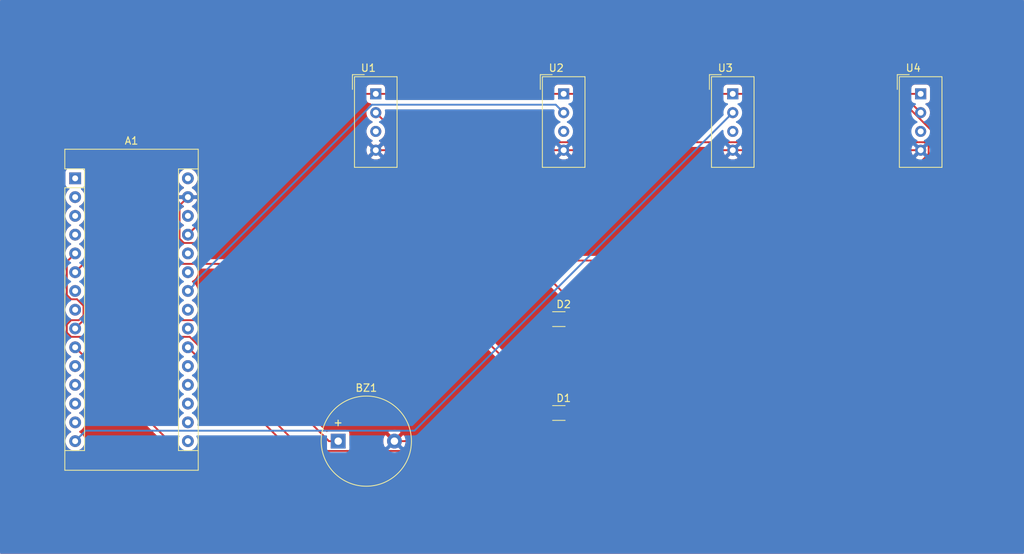
<source format=kicad_pcb>
(kicad_pcb (version 20171130) (host pcbnew "(5.1.0)-1")

  (general
    (thickness 1.6)
    (drawings 0)
    (tracks 87)
    (zones 0)
    (modules 8)
    (nets 35)
  )

  (page A4)
  (layers
    (0 F.Cu signal)
    (31 B.Cu signal)
    (32 B.Adhes user)
    (33 F.Adhes user)
    (34 B.Paste user)
    (35 F.Paste user)
    (36 B.SilkS user)
    (37 F.SilkS user)
    (38 B.Mask user)
    (39 F.Mask user)
    (40 Dwgs.User user)
    (41 Cmts.User user)
    (42 Eco1.User user)
    (43 Eco2.User user)
    (44 Edge.Cuts user)
    (45 Margin user)
    (46 B.CrtYd user)
    (47 F.CrtYd user)
    (48 B.Fab user)
    (49 F.Fab user)
  )

  (setup
    (last_trace_width 0.25)
    (trace_clearance 0.2)
    (zone_clearance 0.508)
    (zone_45_only no)
    (trace_min 0.2)
    (via_size 0.8)
    (via_drill 0.4)
    (via_min_size 0.4)
    (via_min_drill 0.3)
    (uvia_size 0.3)
    (uvia_drill 0.1)
    (uvias_allowed no)
    (uvia_min_size 0.2)
    (uvia_min_drill 0.1)
    (edge_width 0.05)
    (segment_width 0.2)
    (pcb_text_width 0.3)
    (pcb_text_size 1.5 1.5)
    (mod_edge_width 0.12)
    (mod_text_size 1 1)
    (mod_text_width 0.15)
    (pad_size 1.524 1.524)
    (pad_drill 0.762)
    (pad_to_mask_clearance 0.051)
    (solder_mask_min_width 0.25)
    (aux_axis_origin 0 0)
    (visible_elements 7FFFFFFF)
    (pcbplotparams
      (layerselection 0x010fc_ffffffff)
      (usegerberextensions true)
      (usegerberattributes false)
      (usegerberadvancedattributes false)
      (creategerberjobfile false)
      (excludeedgelayer true)
      (linewidth 0.100000)
      (plotframeref false)
      (viasonmask false)
      (mode 1)
      (useauxorigin false)
      (hpglpennumber 1)
      (hpglpenspeed 20)
      (hpglpendiameter 15.000000)
      (psnegative false)
      (psa4output false)
      (plotreference true)
      (plotvalue true)
      (plotinvisibletext false)
      (padsonsilk false)
      (subtractmaskfromsilk false)
      (outputformat 1)
      (mirror false)
      (drillshape 0)
      (scaleselection 1)
      (outputdirectory ""))
  )

  (net 0 "")
  (net 1 "Net-(A1-Pad16)")
  (net 2 "Net-(A1-Pad15)")
  (net 3 "Net-(A1-Pad30)")
  (net 4 "Net-(A1-Pad14)")
  (net 5 "Net-(A1-Pad29)")
  (net 6 "Net-(A1-Pad13)")
  (net 7 "Net-(A1-Pad28)")
  (net 8 "Net-(A1-Pad12)")
  (net 9 "Net-(A1-Pad27)")
  (net 10 "Net-(A1-Pad11)")
  (net 11 "Net-(A1-Pad26)")
  (net 12 "Net-(A1-Pad10)")
  (net 13 "Net-(A1-Pad25)")
  (net 14 "Net-(A1-Pad9)")
  (net 15 "Net-(A1-Pad24)")
  (net 16 "Net-(A1-Pad8)")
  (net 17 "Net-(A1-Pad23)")
  (net 18 "Net-(A1-Pad7)")
  (net 19 "Net-(A1-Pad22)")
  (net 20 "Net-(A1-Pad6)")
  (net 21 "Net-(A1-Pad21)")
  (net 22 "Net-(A1-Pad5)")
  (net 23 "Net-(A1-Pad20)")
  (net 24 "Net-(A1-Pad4)")
  (net 25 "Net-(A1-Pad19)")
  (net 26 "Net-(A1-Pad3)")
  (net 27 "Net-(A1-Pad18)")
  (net 28 "Net-(A1-Pad2)")
  (net 29 "Net-(A1-Pad17)")
  (net 30 "Net-(A1-Pad1)")
  (net 31 "Net-(U1-Pad3)")
  (net 32 "Net-(U2-Pad3)")
  (net 33 "Net-(U3-Pad3)")
  (net 34 "Net-(U4-Pad3)")

  (net_class Default "This is the default net class."
    (clearance 0.2)
    (trace_width 0.25)
    (via_dia 0.8)
    (via_drill 0.4)
    (uvia_dia 0.3)
    (uvia_drill 0.1)
    (add_net "Net-(A1-Pad1)")
    (add_net "Net-(A1-Pad10)")
    (add_net "Net-(A1-Pad11)")
    (add_net "Net-(A1-Pad12)")
    (add_net "Net-(A1-Pad13)")
    (add_net "Net-(A1-Pad14)")
    (add_net "Net-(A1-Pad15)")
    (add_net "Net-(A1-Pad16)")
    (add_net "Net-(A1-Pad17)")
    (add_net "Net-(A1-Pad18)")
    (add_net "Net-(A1-Pad19)")
    (add_net "Net-(A1-Pad2)")
    (add_net "Net-(A1-Pad20)")
    (add_net "Net-(A1-Pad21)")
    (add_net "Net-(A1-Pad22)")
    (add_net "Net-(A1-Pad23)")
    (add_net "Net-(A1-Pad24)")
    (add_net "Net-(A1-Pad25)")
    (add_net "Net-(A1-Pad26)")
    (add_net "Net-(A1-Pad27)")
    (add_net "Net-(A1-Pad28)")
    (add_net "Net-(A1-Pad29)")
    (add_net "Net-(A1-Pad3)")
    (add_net "Net-(A1-Pad30)")
    (add_net "Net-(A1-Pad4)")
    (add_net "Net-(A1-Pad5)")
    (add_net "Net-(A1-Pad6)")
    (add_net "Net-(A1-Pad7)")
    (add_net "Net-(A1-Pad8)")
    (add_net "Net-(A1-Pad9)")
    (add_net "Net-(U1-Pad3)")
    (add_net "Net-(U2-Pad3)")
    (add_net "Net-(U3-Pad3)")
    (add_net "Net-(U4-Pad3)")
  )

  (module Sensor:Aosong_DHT11_5.5x12.0_P2.54mm (layer F.Cu) (tedit 5C4B60CF) (tstamp 5DA73765)
    (at 176.53 76.2)
    (descr "Temperature and humidity module, http://akizukidenshi.com/download/ds/aosong/DHT11.pdf")
    (tags "Temperature and humidity module")
    (path /5DA7C96A)
    (fp_text reference U4 (at -1 -3.5) (layer F.SilkS)
      (effects (font (size 1 1) (thickness 0.15)))
    )
    (fp_text value DHT11 (at 0 11.3) (layer F.Fab)
      (effects (font (size 1 1) (thickness 0.15)))
    )
    (fp_line (start -3.16 -2.6) (end -1.55 -2.6) (layer F.SilkS) (width 0.12))
    (fp_line (start -3.16 -2.6) (end -3.16 -0.6) (layer F.SilkS) (width 0.12))
    (fp_line (start -2.75 -1.19) (end -1.75 -2.19) (layer F.Fab) (width 0.1))
    (fp_line (start -3 10.06) (end -3 -2.44) (layer F.CrtYd) (width 0.05))
    (fp_line (start 3 10.06) (end -3 10.06) (layer F.CrtYd) (width 0.05))
    (fp_line (start 3 -2.44) (end 3 10.06) (layer F.CrtYd) (width 0.05))
    (fp_line (start -3 -2.44) (end 3 -2.44) (layer F.CrtYd) (width 0.05))
    (fp_text user %R (at 0 3.81) (layer F.Fab)
      (effects (font (size 1 1) (thickness 0.15)))
    )
    (fp_line (start -2.88 9.94) (end -2.88 -2.31) (layer F.SilkS) (width 0.12))
    (fp_line (start 2.88 9.94) (end -2.88 9.94) (layer F.SilkS) (width 0.12))
    (fp_line (start 2.88 -2.32) (end 2.88 9.94) (layer F.SilkS) (width 0.12))
    (fp_line (start -2.87 -2.32) (end 2.87 -2.32) (layer F.SilkS) (width 0.12))
    (fp_line (start -2.75 -1.19) (end -2.75 9.81) (layer F.Fab) (width 0.1))
    (fp_line (start 2.75 9.81) (end -2.75 9.81) (layer F.Fab) (width 0.1))
    (fp_line (start 2.75 -2.19) (end 2.75 9.81) (layer F.Fab) (width 0.1))
    (fp_line (start -1.75 -2.19) (end 2.75 -2.19) (layer F.Fab) (width 0.1))
    (pad 4 thru_hole circle (at 0 7.62) (size 1.5 1.5) (drill 0.8) (layers *.Cu *.Mask)
      (net 5 "Net-(A1-Pad29)"))
    (pad 3 thru_hole circle (at 0 5.08) (size 1.5 1.5) (drill 0.8) (layers *.Cu *.Mask)
      (net 34 "Net-(U4-Pad3)"))
    (pad 2 thru_hole circle (at 0 2.54) (size 1.5 1.5) (drill 0.8) (layers *.Cu *.Mask)
      (net 12 "Net-(A1-Pad10)"))
    (pad 1 thru_hole rect (at 0 0) (size 1.5 1.5) (drill 0.8) (layers *.Cu *.Mask)
      (net 9 "Net-(A1-Pad27)"))
    (model ${KISYS3DMOD}/Sensor.3dshapes/Aosong_DHT11_5.5x12.0_P2.54mm.wrl
      (at (xyz 0 0 0))
      (scale (xyz 1 1 1))
      (rotate (xyz 0 0 0))
    )
  )

  (module Sensor:Aosong_DHT11_5.5x12.0_P2.54mm (layer F.Cu) (tedit 5C4B60CF) (tstamp 5DA7374D)
    (at 151.13 76.2)
    (descr "Temperature and humidity module, http://akizukidenshi.com/download/ds/aosong/DHT11.pdf")
    (tags "Temperature and humidity module")
    (path /5DA7D8E2)
    (fp_text reference U3 (at -1 -3.5) (layer F.SilkS)
      (effects (font (size 1 1) (thickness 0.15)))
    )
    (fp_text value DHT11 (at 0 11.3) (layer F.Fab)
      (effects (font (size 1 1) (thickness 0.15)))
    )
    (fp_line (start -3.16 -2.6) (end -1.55 -2.6) (layer F.SilkS) (width 0.12))
    (fp_line (start -3.16 -2.6) (end -3.16 -0.6) (layer F.SilkS) (width 0.12))
    (fp_line (start -2.75 -1.19) (end -1.75 -2.19) (layer F.Fab) (width 0.1))
    (fp_line (start -3 10.06) (end -3 -2.44) (layer F.CrtYd) (width 0.05))
    (fp_line (start 3 10.06) (end -3 10.06) (layer F.CrtYd) (width 0.05))
    (fp_line (start 3 -2.44) (end 3 10.06) (layer F.CrtYd) (width 0.05))
    (fp_line (start -3 -2.44) (end 3 -2.44) (layer F.CrtYd) (width 0.05))
    (fp_text user %R (at 0 3.81) (layer F.Fab)
      (effects (font (size 1 1) (thickness 0.15)))
    )
    (fp_line (start -2.88 9.94) (end -2.88 -2.31) (layer F.SilkS) (width 0.12))
    (fp_line (start 2.88 9.94) (end -2.88 9.94) (layer F.SilkS) (width 0.12))
    (fp_line (start 2.88 -2.32) (end 2.88 9.94) (layer F.SilkS) (width 0.12))
    (fp_line (start -2.87 -2.32) (end 2.87 -2.32) (layer F.SilkS) (width 0.12))
    (fp_line (start -2.75 -1.19) (end -2.75 9.81) (layer F.Fab) (width 0.1))
    (fp_line (start 2.75 9.81) (end -2.75 9.81) (layer F.Fab) (width 0.1))
    (fp_line (start 2.75 -2.19) (end 2.75 9.81) (layer F.Fab) (width 0.1))
    (fp_line (start -1.75 -2.19) (end 2.75 -2.19) (layer F.Fab) (width 0.1))
    (pad 4 thru_hole circle (at 0 7.62) (size 1.5 1.5) (drill 0.8) (layers *.Cu *.Mask)
      (net 5 "Net-(A1-Pad29)"))
    (pad 3 thru_hole circle (at 0 5.08) (size 1.5 1.5) (drill 0.8) (layers *.Cu *.Mask)
      (net 33 "Net-(U3-Pad3)"))
    (pad 2 thru_hole circle (at 0 2.54) (size 1.5 1.5) (drill 0.8) (layers *.Cu *.Mask)
      (net 2 "Net-(A1-Pad15)"))
    (pad 1 thru_hole rect (at 0 0) (size 1.5 1.5) (drill 0.8) (layers *.Cu *.Mask)
      (net 9 "Net-(A1-Pad27)"))
    (model ${KISYS3DMOD}/Sensor.3dshapes/Aosong_DHT11_5.5x12.0_P2.54mm.wrl
      (at (xyz 0 0 0))
      (scale (xyz 1 1 1))
      (rotate (xyz 0 0 0))
    )
  )

  (module Sensor:Aosong_DHT11_5.5x12.0_P2.54mm (layer F.Cu) (tedit 5C4B60CF) (tstamp 5DA73735)
    (at 128.27 76.2)
    (descr "Temperature and humidity module, http://akizukidenshi.com/download/ds/aosong/DHT11.pdf")
    (tags "Temperature and humidity module")
    (path /5DA7A60A)
    (fp_text reference U2 (at -1 -3.5) (layer F.SilkS)
      (effects (font (size 1 1) (thickness 0.15)))
    )
    (fp_text value DHT11 (at 0 11.3) (layer F.Fab)
      (effects (font (size 1 1) (thickness 0.15)))
    )
    (fp_line (start -3.16 -2.6) (end -1.55 -2.6) (layer F.SilkS) (width 0.12))
    (fp_line (start -3.16 -2.6) (end -3.16 -0.6) (layer F.SilkS) (width 0.12))
    (fp_line (start -2.75 -1.19) (end -1.75 -2.19) (layer F.Fab) (width 0.1))
    (fp_line (start -3 10.06) (end -3 -2.44) (layer F.CrtYd) (width 0.05))
    (fp_line (start 3 10.06) (end -3 10.06) (layer F.CrtYd) (width 0.05))
    (fp_line (start 3 -2.44) (end 3 10.06) (layer F.CrtYd) (width 0.05))
    (fp_line (start -3 -2.44) (end 3 -2.44) (layer F.CrtYd) (width 0.05))
    (fp_text user %R (at 0 3.81) (layer F.Fab)
      (effects (font (size 1 1) (thickness 0.15)))
    )
    (fp_line (start -2.88 9.94) (end -2.88 -2.31) (layer F.SilkS) (width 0.12))
    (fp_line (start 2.88 9.94) (end -2.88 9.94) (layer F.SilkS) (width 0.12))
    (fp_line (start 2.88 -2.32) (end 2.88 9.94) (layer F.SilkS) (width 0.12))
    (fp_line (start -2.87 -2.32) (end 2.87 -2.32) (layer F.SilkS) (width 0.12))
    (fp_line (start -2.75 -1.19) (end -2.75 9.81) (layer F.Fab) (width 0.1))
    (fp_line (start 2.75 9.81) (end -2.75 9.81) (layer F.Fab) (width 0.1))
    (fp_line (start 2.75 -2.19) (end 2.75 9.81) (layer F.Fab) (width 0.1))
    (fp_line (start -1.75 -2.19) (end 2.75 -2.19) (layer F.Fab) (width 0.1))
    (pad 4 thru_hole circle (at 0 7.62) (size 1.5 1.5) (drill 0.8) (layers *.Cu *.Mask)
      (net 5 "Net-(A1-Pad29)"))
    (pad 3 thru_hole circle (at 0 5.08) (size 1.5 1.5) (drill 0.8) (layers *.Cu *.Mask)
      (net 32 "Net-(U2-Pad3)"))
    (pad 2 thru_hole circle (at 0 2.54) (size 1.5 1.5) (drill 0.8) (layers *.Cu *.Mask)
      (net 15 "Net-(A1-Pad24)"))
    (pad 1 thru_hole rect (at 0 0) (size 1.5 1.5) (drill 0.8) (layers *.Cu *.Mask)
      (net 9 "Net-(A1-Pad27)"))
    (model ${KISYS3DMOD}/Sensor.3dshapes/Aosong_DHT11_5.5x12.0_P2.54mm.wrl
      (at (xyz 0 0 0))
      (scale (xyz 1 1 1))
      (rotate (xyz 0 0 0))
    )
  )

  (module Sensor:Aosong_DHT11_5.5x12.0_P2.54mm (layer F.Cu) (tedit 5C4B60CF) (tstamp 5DA7371D)
    (at 102.87 76.2)
    (descr "Temperature and humidity module, http://akizukidenshi.com/download/ds/aosong/DHT11.pdf")
    (tags "Temperature and humidity module")
    (path /5DA7D1B5)
    (fp_text reference U1 (at -1 -3.5) (layer F.SilkS)
      (effects (font (size 1 1) (thickness 0.15)))
    )
    (fp_text value DHT11 (at 0 11.3) (layer F.Fab)
      (effects (font (size 1 1) (thickness 0.15)))
    )
    (fp_line (start -3.16 -2.6) (end -1.55 -2.6) (layer F.SilkS) (width 0.12))
    (fp_line (start -3.16 -2.6) (end -3.16 -0.6) (layer F.SilkS) (width 0.12))
    (fp_line (start -2.75 -1.19) (end -1.75 -2.19) (layer F.Fab) (width 0.1))
    (fp_line (start -3 10.06) (end -3 -2.44) (layer F.CrtYd) (width 0.05))
    (fp_line (start 3 10.06) (end -3 10.06) (layer F.CrtYd) (width 0.05))
    (fp_line (start 3 -2.44) (end 3 10.06) (layer F.CrtYd) (width 0.05))
    (fp_line (start -3 -2.44) (end 3 -2.44) (layer F.CrtYd) (width 0.05))
    (fp_text user %R (at 0 3.81) (layer F.Fab)
      (effects (font (size 1 1) (thickness 0.15)))
    )
    (fp_line (start -2.88 9.94) (end -2.88 -2.31) (layer F.SilkS) (width 0.12))
    (fp_line (start 2.88 9.94) (end -2.88 9.94) (layer F.SilkS) (width 0.12))
    (fp_line (start 2.88 -2.32) (end 2.88 9.94) (layer F.SilkS) (width 0.12))
    (fp_line (start -2.87 -2.32) (end 2.87 -2.32) (layer F.SilkS) (width 0.12))
    (fp_line (start -2.75 -1.19) (end -2.75 9.81) (layer F.Fab) (width 0.1))
    (fp_line (start 2.75 9.81) (end -2.75 9.81) (layer F.Fab) (width 0.1))
    (fp_line (start 2.75 -2.19) (end 2.75 9.81) (layer F.Fab) (width 0.1))
    (fp_line (start -1.75 -2.19) (end 2.75 -2.19) (layer F.Fab) (width 0.1))
    (pad 4 thru_hole circle (at 0 7.62) (size 1.5 1.5) (drill 0.8) (layers *.Cu *.Mask)
      (net 5 "Net-(A1-Pad29)"))
    (pad 3 thru_hole circle (at 0 5.08) (size 1.5 1.5) (drill 0.8) (layers *.Cu *.Mask)
      (net 31 "Net-(U1-Pad3)"))
    (pad 2 thru_hole circle (at 0 2.54) (size 1.5 1.5) (drill 0.8) (layers *.Cu *.Mask)
      (net 21 "Net-(A1-Pad21)"))
    (pad 1 thru_hole rect (at 0 0) (size 1.5 1.5) (drill 0.8) (layers *.Cu *.Mask)
      (net 9 "Net-(A1-Pad27)"))
    (model ${KISYS3DMOD}/Sensor.3dshapes/Aosong_DHT11_5.5x12.0_P2.54mm.wrl
      (at (xyz 0 0 0))
      (scale (xyz 1 1 1))
      (rotate (xyz 0 0 0))
    )
  )

  (module LED_SMD:LED_Cree-XQ_HandSoldering (layer F.Cu) (tedit 5759EDBD) (tstamp 5DA73705)
    (at 128.27 106.68)
    (descr "LED Cree-XQ handsoldering pads http://www.cree.com/~/media/Files/Cree/LED-Components-and-Modules/XLamp/Data-and-Binning/ds-XQB.pdf")
    (tags "LED Cree XQ")
    (path /5DA7ED08)
    (attr smd)
    (fp_text reference D2 (at 0 -2) (layer F.SilkS)
      (effects (font (size 1 1) (thickness 0.15)))
    )
    (fp_text value LED (at 0 2) (layer F.Fab)
      (effects (font (size 1 1) (thickness 0.15)))
    )
    (fp_text user %R (at 0 0) (layer F.Fab)
      (effects (font (size 0.5 0.5) (thickness 0.05)))
    )
    (fp_line (start -0.8 -0.8) (end 0.8 -0.8) (layer F.Fab) (width 0.1))
    (fp_line (start 0.8 -0.8) (end 0.8 0.8) (layer F.Fab) (width 0.1))
    (fp_line (start 0.8 0.8) (end -0.8 0.8) (layer F.Fab) (width 0.1))
    (fp_line (start -0.8 0.8) (end -0.8 -0.8) (layer F.Fab) (width 0.1))
    (fp_line (start 0.6 0) (end 0.2 0) (layer F.Fab) (width 0.1))
    (fp_line (start -0.6 0) (end -0.2 0) (layer F.Fab) (width 0.1))
    (fp_line (start -0.2 -0.2) (end -0.2 0.2) (layer F.Fab) (width 0.1))
    (fp_line (start -0.2 0) (end 0.2 -0.2) (layer F.Fab) (width 0.1))
    (fp_line (start 0.2 -0.2) (end 0.2 0.2) (layer F.Fab) (width 0.1))
    (fp_line (start 0.2 0.2) (end -0.2 0) (layer F.Fab) (width 0.1))
    (fp_line (start 0.2 -1) (end -1.5 -1) (layer F.SilkS) (width 0.12))
    (fp_line (start 0.2 1) (end -1.5 1) (layer F.SilkS) (width 0.12))
    (fp_line (start 1.8 -1.1) (end 1.8 1.1) (layer F.CrtYd) (width 0.05))
    (fp_line (start 1.8 1.1) (end -1.8 1.1) (layer F.CrtYd) (width 0.05))
    (fp_line (start -1.8 1.1) (end -1.8 -1.1) (layer F.CrtYd) (width 0.05))
    (fp_line (start -1.8 -1.1) (end 1.8 -1.1) (layer F.CrtYd) (width 0.05))
    (pad 2 smd rect (at 0.88 0) (size 1.25 1.6) (layers F.Cu F.Paste F.Mask)
      (net 5 "Net-(A1-Pad29)"))
    (pad 1 smd rect (at -0.88 0) (size 1.25 1.6) (layers F.Cu F.Paste F.Mask)
      (net 22 "Net-(A1-Pad5)"))
    (model ${KISYS3DMOD}/LED_SMD.3dshapes/LED_Cree-XQ.wrl
      (at (xyz 0 0 0))
      (scale (xyz 1 1 1))
      (rotate (xyz 0 0 0))
    )
  )

  (module LED_SMD:LED_Cree-XQ_HandSoldering (layer F.Cu) (tedit 5759EDBD) (tstamp 5DA736EE)
    (at 128.27 119.38)
    (descr "LED Cree-XQ handsoldering pads http://www.cree.com/~/media/Files/Cree/LED-Components-and-Modules/XLamp/Data-and-Binning/ds-XQB.pdf")
    (tags "LED Cree XQ")
    (path /5DA7F5F7)
    (attr smd)
    (fp_text reference D1 (at 0 -2) (layer F.SilkS)
      (effects (font (size 1 1) (thickness 0.15)))
    )
    (fp_text value LED (at 0 2) (layer F.Fab)
      (effects (font (size 1 1) (thickness 0.15)))
    )
    (fp_text user %R (at 0 0) (layer F.Fab)
      (effects (font (size 0.5 0.5) (thickness 0.05)))
    )
    (fp_line (start -0.8 -0.8) (end 0.8 -0.8) (layer F.Fab) (width 0.1))
    (fp_line (start 0.8 -0.8) (end 0.8 0.8) (layer F.Fab) (width 0.1))
    (fp_line (start 0.8 0.8) (end -0.8 0.8) (layer F.Fab) (width 0.1))
    (fp_line (start -0.8 0.8) (end -0.8 -0.8) (layer F.Fab) (width 0.1))
    (fp_line (start 0.6 0) (end 0.2 0) (layer F.Fab) (width 0.1))
    (fp_line (start -0.6 0) (end -0.2 0) (layer F.Fab) (width 0.1))
    (fp_line (start -0.2 -0.2) (end -0.2 0.2) (layer F.Fab) (width 0.1))
    (fp_line (start -0.2 0) (end 0.2 -0.2) (layer F.Fab) (width 0.1))
    (fp_line (start 0.2 -0.2) (end 0.2 0.2) (layer F.Fab) (width 0.1))
    (fp_line (start 0.2 0.2) (end -0.2 0) (layer F.Fab) (width 0.1))
    (fp_line (start 0.2 -1) (end -1.5 -1) (layer F.SilkS) (width 0.12))
    (fp_line (start 0.2 1) (end -1.5 1) (layer F.SilkS) (width 0.12))
    (fp_line (start 1.8 -1.1) (end 1.8 1.1) (layer F.CrtYd) (width 0.05))
    (fp_line (start 1.8 1.1) (end -1.8 1.1) (layer F.CrtYd) (width 0.05))
    (fp_line (start -1.8 1.1) (end -1.8 -1.1) (layer F.CrtYd) (width 0.05))
    (fp_line (start -1.8 -1.1) (end 1.8 -1.1) (layer F.CrtYd) (width 0.05))
    (pad 2 smd rect (at 0.88 0) (size 1.25 1.6) (layers F.Cu F.Paste F.Mask)
      (net 5 "Net-(A1-Pad29)"))
    (pad 1 smd rect (at -0.88 0) (size 1.25 1.6) (layers F.Cu F.Paste F.Mask)
      (net 20 "Net-(A1-Pad6)"))
    (model ${KISYS3DMOD}/LED_SMD.3dshapes/LED_Cree-XQ.wrl
      (at (xyz 0 0 0))
      (scale (xyz 1 1 1))
      (rotate (xyz 0 0 0))
    )
  )

  (module Buzzer_Beeper:Buzzer_12x9.5RM7.6 (layer F.Cu) (tedit 5A030281) (tstamp 5DA736D7)
    (at 97.79 123.19)
    (descr "Generic Buzzer, D12mm height 9.5mm with RM7.6mm")
    (tags buzzer)
    (path /5DA7E3D5)
    (fp_text reference BZ1 (at 3.8 -7.2) (layer F.SilkS)
      (effects (font (size 1 1) (thickness 0.15)))
    )
    (fp_text value Buzzer (at 3.8 7.4) (layer F.Fab)
      (effects (font (size 1 1) (thickness 0.15)))
    )
    (fp_circle (center 3.8 0) (end 9.9 0) (layer F.SilkS) (width 0.12))
    (fp_circle (center 3.8 0) (end 4.8 0) (layer F.Fab) (width 0.1))
    (fp_circle (center 3.8 0) (end 9.8 0) (layer F.Fab) (width 0.1))
    (fp_circle (center 3.8 0) (end 10.05 0) (layer F.CrtYd) (width 0.05))
    (fp_text user %R (at 3.8 -4) (layer F.Fab)
      (effects (font (size 1 1) (thickness 0.15)))
    )
    (fp_text user + (at -0.01 -2.54) (layer F.SilkS)
      (effects (font (size 1 1) (thickness 0.15)))
    )
    (fp_text user + (at -0.01 -2.54) (layer F.Fab)
      (effects (font (size 1 1) (thickness 0.15)))
    )
    (pad 2 thru_hole circle (at 7.6 0) (size 2 2) (drill 1) (layers *.Cu *.Mask)
      (net 5 "Net-(A1-Pad29)"))
    (pad 1 thru_hole rect (at 0 0) (size 2 2) (drill 1) (layers *.Cu *.Mask)
      (net 14 "Net-(A1-Pad9)"))
    (model ${KISYS3DMOD}/Buzzer_Beeper.3dshapes/Buzzer_12x9.5RM7.6.wrl
      (at (xyz 0 0 0))
      (scale (xyz 1 1 1))
      (rotate (xyz 0 0 0))
    )
  )

  (module Module:Arduino_Nano (layer F.Cu) (tedit 58ACAF70) (tstamp 5DA736CA)
    (at 62.23 87.63)
    (descr "Arduino Nano, http://www.mouser.com/pdfdocs/Gravitech_Arduino_Nano3_0.pdf")
    (tags "Arduino Nano")
    (path /5DA773E3)
    (fp_text reference A1 (at 7.62 -5.08) (layer F.SilkS)
      (effects (font (size 1 1) (thickness 0.15)))
    )
    (fp_text value Arduino_Nano_v3.x (at 8.89 19.05 90) (layer F.Fab)
      (effects (font (size 1 1) (thickness 0.15)))
    )
    (fp_line (start 16.75 42.16) (end -1.53 42.16) (layer F.CrtYd) (width 0.05))
    (fp_line (start 16.75 42.16) (end 16.75 -4.06) (layer F.CrtYd) (width 0.05))
    (fp_line (start -1.53 -4.06) (end -1.53 42.16) (layer F.CrtYd) (width 0.05))
    (fp_line (start -1.53 -4.06) (end 16.75 -4.06) (layer F.CrtYd) (width 0.05))
    (fp_line (start 16.51 -3.81) (end 16.51 39.37) (layer F.Fab) (width 0.1))
    (fp_line (start 0 -3.81) (end 16.51 -3.81) (layer F.Fab) (width 0.1))
    (fp_line (start -1.27 -2.54) (end 0 -3.81) (layer F.Fab) (width 0.1))
    (fp_line (start -1.27 39.37) (end -1.27 -2.54) (layer F.Fab) (width 0.1))
    (fp_line (start 16.51 39.37) (end -1.27 39.37) (layer F.Fab) (width 0.1))
    (fp_line (start 16.64 -3.94) (end -1.4 -3.94) (layer F.SilkS) (width 0.12))
    (fp_line (start 16.64 39.5) (end 16.64 -3.94) (layer F.SilkS) (width 0.12))
    (fp_line (start -1.4 39.5) (end 16.64 39.5) (layer F.SilkS) (width 0.12))
    (fp_line (start 3.81 41.91) (end 3.81 31.75) (layer F.Fab) (width 0.1))
    (fp_line (start 11.43 41.91) (end 3.81 41.91) (layer F.Fab) (width 0.1))
    (fp_line (start 11.43 31.75) (end 11.43 41.91) (layer F.Fab) (width 0.1))
    (fp_line (start 3.81 31.75) (end 11.43 31.75) (layer F.Fab) (width 0.1))
    (fp_line (start 1.27 36.83) (end -1.4 36.83) (layer F.SilkS) (width 0.12))
    (fp_line (start 1.27 1.27) (end 1.27 36.83) (layer F.SilkS) (width 0.12))
    (fp_line (start 1.27 1.27) (end -1.4 1.27) (layer F.SilkS) (width 0.12))
    (fp_line (start 13.97 36.83) (end 16.64 36.83) (layer F.SilkS) (width 0.12))
    (fp_line (start 13.97 -1.27) (end 13.97 36.83) (layer F.SilkS) (width 0.12))
    (fp_line (start 13.97 -1.27) (end 16.64 -1.27) (layer F.SilkS) (width 0.12))
    (fp_line (start -1.4 -3.94) (end -1.4 -1.27) (layer F.SilkS) (width 0.12))
    (fp_line (start -1.4 1.27) (end -1.4 39.5) (layer F.SilkS) (width 0.12))
    (fp_line (start 1.27 -1.27) (end -1.4 -1.27) (layer F.SilkS) (width 0.12))
    (fp_line (start 1.27 1.27) (end 1.27 -1.27) (layer F.SilkS) (width 0.12))
    (fp_text user %R (at 6.35 19.05 90) (layer F.Fab)
      (effects (font (size 1 1) (thickness 0.15)))
    )
    (pad 16 thru_hole oval (at 15.24 35.56) (size 1.6 1.6) (drill 0.8) (layers *.Cu *.Mask)
      (net 1 "Net-(A1-Pad16)"))
    (pad 15 thru_hole oval (at 0 35.56) (size 1.6 1.6) (drill 0.8) (layers *.Cu *.Mask)
      (net 2 "Net-(A1-Pad15)"))
    (pad 30 thru_hole oval (at 15.24 0) (size 1.6 1.6) (drill 0.8) (layers *.Cu *.Mask)
      (net 3 "Net-(A1-Pad30)"))
    (pad 14 thru_hole oval (at 0 33.02) (size 1.6 1.6) (drill 0.8) (layers *.Cu *.Mask)
      (net 4 "Net-(A1-Pad14)"))
    (pad 29 thru_hole oval (at 15.24 2.54) (size 1.6 1.6) (drill 0.8) (layers *.Cu *.Mask)
      (net 5 "Net-(A1-Pad29)"))
    (pad 13 thru_hole oval (at 0 30.48) (size 1.6 1.6) (drill 0.8) (layers *.Cu *.Mask)
      (net 6 "Net-(A1-Pad13)"))
    (pad 28 thru_hole oval (at 15.24 5.08) (size 1.6 1.6) (drill 0.8) (layers *.Cu *.Mask)
      (net 7 "Net-(A1-Pad28)"))
    (pad 12 thru_hole oval (at 0 27.94) (size 1.6 1.6) (drill 0.8) (layers *.Cu *.Mask)
      (net 8 "Net-(A1-Pad12)"))
    (pad 27 thru_hole oval (at 15.24 7.62) (size 1.6 1.6) (drill 0.8) (layers *.Cu *.Mask)
      (net 9 "Net-(A1-Pad27)"))
    (pad 11 thru_hole oval (at 0 25.4) (size 1.6 1.6) (drill 0.8) (layers *.Cu *.Mask)
      (net 10 "Net-(A1-Pad11)"))
    (pad 26 thru_hole oval (at 15.24 10.16) (size 1.6 1.6) (drill 0.8) (layers *.Cu *.Mask)
      (net 11 "Net-(A1-Pad26)"))
    (pad 10 thru_hole oval (at 0 22.86) (size 1.6 1.6) (drill 0.8) (layers *.Cu *.Mask)
      (net 12 "Net-(A1-Pad10)"))
    (pad 25 thru_hole oval (at 15.24 12.7) (size 1.6 1.6) (drill 0.8) (layers *.Cu *.Mask)
      (net 13 "Net-(A1-Pad25)"))
    (pad 9 thru_hole oval (at 0 20.32) (size 1.6 1.6) (drill 0.8) (layers *.Cu *.Mask)
      (net 14 "Net-(A1-Pad9)"))
    (pad 24 thru_hole oval (at 15.24 15.24) (size 1.6 1.6) (drill 0.8) (layers *.Cu *.Mask)
      (net 15 "Net-(A1-Pad24)"))
    (pad 8 thru_hole oval (at 0 17.78) (size 1.6 1.6) (drill 0.8) (layers *.Cu *.Mask)
      (net 16 "Net-(A1-Pad8)"))
    (pad 23 thru_hole oval (at 15.24 17.78) (size 1.6 1.6) (drill 0.8) (layers *.Cu *.Mask)
      (net 17 "Net-(A1-Pad23)"))
    (pad 7 thru_hole oval (at 0 15.24) (size 1.6 1.6) (drill 0.8) (layers *.Cu *.Mask)
      (net 18 "Net-(A1-Pad7)"))
    (pad 22 thru_hole oval (at 15.24 20.32) (size 1.6 1.6) (drill 0.8) (layers *.Cu *.Mask)
      (net 19 "Net-(A1-Pad22)"))
    (pad 6 thru_hole oval (at 0 12.7) (size 1.6 1.6) (drill 0.8) (layers *.Cu *.Mask)
      (net 20 "Net-(A1-Pad6)"))
    (pad 21 thru_hole oval (at 15.24 22.86) (size 1.6 1.6) (drill 0.8) (layers *.Cu *.Mask)
      (net 21 "Net-(A1-Pad21)"))
    (pad 5 thru_hole oval (at 0 10.16) (size 1.6 1.6) (drill 0.8) (layers *.Cu *.Mask)
      (net 22 "Net-(A1-Pad5)"))
    (pad 20 thru_hole oval (at 15.24 25.4) (size 1.6 1.6) (drill 0.8) (layers *.Cu *.Mask)
      (net 23 "Net-(A1-Pad20)"))
    (pad 4 thru_hole oval (at 0 7.62) (size 1.6 1.6) (drill 0.8) (layers *.Cu *.Mask)
      (net 24 "Net-(A1-Pad4)"))
    (pad 19 thru_hole oval (at 15.24 27.94) (size 1.6 1.6) (drill 0.8) (layers *.Cu *.Mask)
      (net 25 "Net-(A1-Pad19)"))
    (pad 3 thru_hole oval (at 0 5.08) (size 1.6 1.6) (drill 0.8) (layers *.Cu *.Mask)
      (net 26 "Net-(A1-Pad3)"))
    (pad 18 thru_hole oval (at 15.24 30.48) (size 1.6 1.6) (drill 0.8) (layers *.Cu *.Mask)
      (net 27 "Net-(A1-Pad18)"))
    (pad 2 thru_hole oval (at 0 2.54) (size 1.6 1.6) (drill 0.8) (layers *.Cu *.Mask)
      (net 28 "Net-(A1-Pad2)"))
    (pad 17 thru_hole oval (at 15.24 33.02) (size 1.6 1.6) (drill 0.8) (layers *.Cu *.Mask)
      (net 29 "Net-(A1-Pad17)"))
    (pad 1 thru_hole rect (at 0 0) (size 1.6 1.6) (drill 0.8) (layers *.Cu *.Mask)
      (net 30 "Net-(A1-Pad1)"))
    (model ${KISYS3DMOD}/Module.3dshapes/Arduino_Nano_WithMountingHoles.wrl
      (at (xyz 0 0 0))
      (scale (xyz 1 1 1))
      (rotate (xyz 0 0 0))
    )
  )

  (segment (start 63.029999 122.390001) (end 62.23 123.19) (width 0.25) (layer B.Cu) (net 2))
  (segment (start 63.644999 121.775001) (end 63.029999 122.390001) (width 0.25) (layer B.Cu) (net 2))
  (segment (start 108.094999 121.775001) (end 63.644999 121.775001) (width 0.25) (layer B.Cu) (net 2))
  (segment (start 151.13 78.74) (end 108.094999 121.775001) (width 0.25) (layer B.Cu) (net 2))
  (segment (start 176.53 83.82) (end 151.13 83.82) (width 0.25) (layer F.Cu) (net 5))
  (segment (start 151.13 83.82) (end 128.27 83.82) (width 0.25) (layer F.Cu) (net 5))
  (segment (start 128.27 83.82) (end 102.87 83.82) (width 0.25) (layer F.Cu) (net 5))
  (segment (start 102.120001 84.569999) (end 102.87 83.82) (width 0.25) (layer F.Cu) (net 5))
  (segment (start 90.314999 96.375001) (end 102.120001 84.569999) (width 0.25) (layer F.Cu) (net 5))
  (segment (start 76.929999 96.375001) (end 90.314999 96.375001) (width 0.25) (layer F.Cu) (net 5))
  (segment (start 76.344999 95.790001) (end 76.929999 96.375001) (width 0.25) (layer F.Cu) (net 5))
  (segment (start 76.344999 91.295001) (end 76.344999 95.790001) (width 0.25) (layer F.Cu) (net 5))
  (segment (start 77.47 90.17) (end 76.344999 91.295001) (width 0.25) (layer F.Cu) (net 5))
  (segment (start 106.804213 123.19) (end 105.39 123.19) (width 0.25) (layer F.Cu) (net 5))
  (segment (start 125.515 123.19) (end 106.804213 123.19) (width 0.25) (layer F.Cu) (net 5))
  (segment (start 129.15 119.555) (end 125.515 123.19) (width 0.25) (layer F.Cu) (net 5))
  (segment (start 129.15 119.38) (end 129.15 119.555) (width 0.25) (layer F.Cu) (net 5))
  (segment (start 129.15 118.33) (end 129.15 106.68) (width 0.25) (layer F.Cu) (net 5))
  (segment (start 129.15 119.38) (end 129.15 118.33) (width 0.25) (layer F.Cu) (net 5))
  (segment (start 129.15 106.855) (end 129.15 106.68) (width 0.25) (layer F.Cu) (net 5))
  (segment (start 128.199999 107.805001) (end 129.15 106.855) (width 0.25) (layer F.Cu) (net 5))
  (segment (start 126.504999 107.805001) (end 128.199999 107.805001) (width 0.25) (layer F.Cu) (net 5))
  (segment (start 123.421392 104.721394) (end 126.504999 107.805001) (width 0.25) (layer F.Cu) (net 5))
  (segment (start 123.421392 88.668608) (end 123.421392 104.721394) (width 0.25) (layer F.Cu) (net 5))
  (segment (start 128.27 83.82) (end 123.421392 88.668608) (width 0.25) (layer F.Cu) (net 5))
  (segment (start 78.269999 94.450001) (end 77.47 95.25) (width 0.25) (layer F.Cu) (net 9))
  (segment (start 96.52 76.2) (end 78.269999 94.450001) (width 0.25) (layer F.Cu) (net 9))
  (segment (start 102.87 76.2) (end 96.52 76.2) (width 0.25) (layer F.Cu) (net 9))
  (segment (start 128.27 76.2) (end 102.87 76.2) (width 0.25) (layer F.Cu) (net 9))
  (segment (start 151.13 76.2) (end 128.27 76.2) (width 0.25) (layer F.Cu) (net 9))
  (segment (start 176.53 76.2) (end 151.13 76.2) (width 0.25) (layer F.Cu) (net 9))
  (segment (start 63.029999 111.289999) (end 62.23 110.49) (width 0.25) (layer F.Cu) (net 12))
  (segment (start 137.162391 125.415021) (end 77.155021 125.415021) (width 0.25) (layer F.Cu) (net 12))
  (segment (start 178.05501 84.522402) (end 137.162391 125.415021) (width 0.25) (layer F.Cu) (net 12))
  (segment (start 178.05501 81.214008) (end 178.05501 84.522402) (width 0.25) (layer F.Cu) (net 12))
  (segment (start 174.116003 77.275001) (end 178.05501 81.214008) (width 0.25) (layer F.Cu) (net 12))
  (segment (start 175.065001 77.275001) (end 174.116003 77.275001) (width 0.25) (layer F.Cu) (net 12))
  (segment (start 77.155021 125.415021) (end 63.029999 111.289999) (width 0.25) (layer F.Cu) (net 12))
  (segment (start 176.53 78.74) (end 175.065001 77.275001) (width 0.25) (layer F.Cu) (net 12))
  (segment (start 63.029999 107.150001) (end 62.23 107.95) (width 0.25) (layer F.Cu) (net 14))
  (segment (start 63.355001 106.824999) (end 63.029999 107.150001) (width 0.25) (layer F.Cu) (net 14))
  (segment (start 80.174999 106.824999) (end 63.355001 106.824999) (width 0.25) (layer F.Cu) (net 14))
  (segment (start 96.54 123.19) (end 80.174999 106.824999) (width 0.25) (layer F.Cu) (net 14))
  (segment (start 97.79 123.19) (end 96.54 123.19) (width 0.25) (layer F.Cu) (net 14))
  (segment (start 78.269999 102.070001) (end 77.47 102.87) (width 0.25) (layer B.Cu) (net 15))
  (segment (start 78.269999 101.748999) (end 78.269999 102.070001) (width 0.25) (layer B.Cu) (net 15))
  (segment (start 102.353999 77.664999) (end 78.269999 101.748999) (width 0.25) (layer B.Cu) (net 15))
  (segment (start 127.194999 77.664999) (end 102.353999 77.664999) (width 0.25) (layer B.Cu) (net 15))
  (segment (start 128.27 78.74) (end 127.194999 77.664999) (width 0.25) (layer B.Cu) (net 15))
  (segment (start 63.029999 99.530001) (end 62.23 100.33) (width 0.25) (layer F.Cu) (net 20))
  (segment (start 63.355001 99.204999) (end 63.029999 99.530001) (width 0.25) (layer F.Cu) (net 20))
  (segment (start 107.389999 99.204999) (end 63.355001 99.204999) (width 0.25) (layer F.Cu) (net 20))
  (segment (start 127.39 119.205) (end 107.389999 99.204999) (width 0.25) (layer F.Cu) (net 20))
  (segment (start 127.39 119.38) (end 127.39 119.205) (width 0.25) (layer F.Cu) (net 20))
  (segment (start 78.269999 111.289999) (end 77.47 110.49) (width 0.25) (layer F.Cu) (net 21))
  (segment (start 126.211401 124.965011) (end 91.945011 124.965011) (width 0.25) (layer F.Cu) (net 21))
  (segment (start 130.55001 120.626402) (end 126.211401 124.965011) (width 0.25) (layer F.Cu) (net 21))
  (segment (start 130.550011 105.433599) (end 130.55001 120.626402) (width 0.25) (layer F.Cu) (net 21))
  (segment (start 123.871401 98.754989) (end 130.550011 105.433599) (width 0.25) (layer F.Cu) (net 21))
  (segment (start 163.186013 98.754989) (end 123.871401 98.754989) (width 0.25) (layer F.Cu) (net 21))
  (segment (start 177.605001 84.336001) (end 163.186013 98.754989) (width 0.25) (layer F.Cu) (net 21))
  (segment (start 177.605001 83.303999) (end 177.605001 84.336001) (width 0.25) (layer F.Cu) (net 21))
  (segment (start 177.046001 82.744999) (end 177.605001 83.303999) (width 0.25) (layer F.Cu) (net 21))
  (segment (start 106.874999 82.744999) (end 177.046001 82.744999) (width 0.25) (layer F.Cu) (net 21))
  (segment (start 91.945011 124.965011) (end 78.269999 111.289999) (width 0.25) (layer F.Cu) (net 21))
  (segment (start 102.87 78.74) (end 106.874999 82.744999) (width 0.25) (layer F.Cu) (net 21))
  (segment (start 61.430001 98.589999) (end 62.23 97.79) (width 0.25) (layer F.Cu) (net 22))
  (segment (start 61.104999 98.915001) (end 61.430001 98.589999) (width 0.25) (layer F.Cu) (net 22))
  (segment (start 61.104999 103.410001) (end 61.104999 98.915001) (width 0.25) (layer F.Cu) (net 22))
  (segment (start 61.689999 103.995001) (end 61.104999 103.410001) (width 0.25) (layer F.Cu) (net 22))
  (segment (start 62.480003 103.995001) (end 61.689999 103.995001) (width 0.25) (layer F.Cu) (net 22))
  (segment (start 63.355001 104.869999) (end 62.480003 103.995001) (width 0.25) (layer F.Cu) (net 22))
  (segment (start 63.355001 106.188589) (end 63.355001 104.869999) (width 0.25) (layer F.Cu) (net 22))
  (segment (start 62.718591 106.824999) (end 63.355001 106.188589) (width 0.25) (layer F.Cu) (net 22))
  (segment (start 61.689999 106.824999) (end 62.718591 106.824999) (width 0.25) (layer F.Cu) (net 22))
  (segment (start 61.104999 107.409999) (end 61.689999 106.824999) (width 0.25) (layer F.Cu) (net 22))
  (segment (start 61.104999 108.490001) (end 61.104999 107.409999) (width 0.25) (layer F.Cu) (net 22))
  (segment (start 61.689999 109.075001) (end 61.104999 108.490001) (width 0.25) (layer F.Cu) (net 22))
  (segment (start 77.720003 109.075001) (end 61.689999 109.075001) (width 0.25) (layer F.Cu) (net 22))
  (segment (start 93.160003 124.515001) (end 77.720003 109.075001) (width 0.25) (layer F.Cu) (net 22))
  (segment (start 126.025001 124.515001) (end 93.160003 124.515001) (width 0.25) (layer F.Cu) (net 22))
  (segment (start 130.100001 120.440001) (end 126.025001 124.515001) (width 0.25) (layer F.Cu) (net 22))
  (segment (start 130.100001 105.619999) (end 130.100001 120.440001) (width 0.25) (layer F.Cu) (net 22))
  (segment (start 130.035001 105.554999) (end 130.100001 105.619999) (width 0.25) (layer F.Cu) (net 22))
  (segment (start 128.340001 105.554999) (end 130.035001 105.554999) (width 0.25) (layer F.Cu) (net 22))
  (segment (start 127.39 106.505) (end 128.340001 105.554999) (width 0.25) (layer F.Cu) (net 22))
  (segment (start 127.39 106.68) (end 127.39 106.505) (width 0.25) (layer F.Cu) (net 22))

  (zone (net 5) (net_name "Net-(A1-Pad29)") (layer F.Cu) (tstamp 5DAE2BE8) (hatch edge 0.508)
    (connect_pads (clearance 0.508))
    (min_thickness 0.254)
    (fill yes (arc_segments 32) (thermal_gap 0.508) (thermal_bridge_width 0.508))
    (polygon
      (pts
        (xy 52.07 63.5) (xy 190.5 63.5) (xy 190.5 138.43) (xy 52.07 138.43) (xy 52.07 137.16)
      )
    )
    (filled_polygon
      (pts
        (xy 190.373 138.303) (xy 52.197 138.303) (xy 52.197 98.915001) (xy 60.341323 98.915001) (xy 60.345 98.952333)
        (xy 60.344999 103.372678) (xy 60.341323 103.410001) (xy 60.344999 103.447323) (xy 60.344999 103.447333) (xy 60.355996 103.558986)
        (xy 60.390005 103.671101) (xy 60.399453 103.702247) (xy 60.470025 103.834277) (xy 60.50987 103.882827) (xy 60.564998 103.950002)
        (xy 60.594001 103.973804) (xy 61.12033 104.500133) (xy 61.031068 104.608899) (xy 60.897818 104.858192) (xy 60.815764 105.128691)
        (xy 60.788057 105.41) (xy 60.815764 105.691309) (xy 60.897818 105.961808) (xy 61.031068 106.211101) (xy 61.12033 106.319867)
        (xy 60.593997 106.8462) (xy 60.564999 106.869998) (xy 60.541201 106.898996) (xy 60.5412 106.898997) (xy 60.470025 106.985723)
        (xy 60.399453 107.117753) (xy 60.389671 107.150002) (xy 60.359558 107.249276) (xy 60.355997 107.261014) (xy 60.341323 107.409999)
        (xy 60.345 107.447331) (xy 60.344999 108.452678) (xy 60.341323 108.490001) (xy 60.344999 108.527323) (xy 60.344999 108.527333)
        (xy 60.355996 108.638986) (xy 60.378653 108.713676) (xy 60.399453 108.782247) (xy 60.470025 108.914277) (xy 60.50987 108.962827)
        (xy 60.564998 109.030002) (xy 60.594001 109.053804) (xy 61.12033 109.580133) (xy 61.031068 109.688899) (xy 60.897818 109.938192)
        (xy 60.815764 110.208691) (xy 60.788057 110.49) (xy 60.815764 110.771309) (xy 60.897818 111.041808) (xy 61.031068 111.291101)
        (xy 61.210392 111.509608) (xy 61.428899 111.688932) (xy 61.561858 111.76) (xy 61.428899 111.831068) (xy 61.210392 112.010392)
        (xy 61.031068 112.228899) (xy 60.897818 112.478192) (xy 60.815764 112.748691) (xy 60.788057 113.03) (xy 60.815764 113.311309)
        (xy 60.897818 113.581808) (xy 61.031068 113.831101) (xy 61.210392 114.049608) (xy 61.428899 114.228932) (xy 61.561858 114.3)
        (xy 61.428899 114.371068) (xy 61.210392 114.550392) (xy 61.031068 114.768899) (xy 60.897818 115.018192) (xy 60.815764 115.288691)
        (xy 60.788057 115.57) (xy 60.815764 115.851309) (xy 60.897818 116.121808) (xy 61.031068 116.371101) (xy 61.210392 116.589608)
        (xy 61.428899 116.768932) (xy 61.561858 116.84) (xy 61.428899 116.911068) (xy 61.210392 117.090392) (xy 61.031068 117.308899)
        (xy 60.897818 117.558192) (xy 60.815764 117.828691) (xy 60.788057 118.11) (xy 60.815764 118.391309) (xy 60.897818 118.661808)
        (xy 61.031068 118.911101) (xy 61.210392 119.129608) (xy 61.428899 119.308932) (xy 61.561858 119.38) (xy 61.428899 119.451068)
        (xy 61.210392 119.630392) (xy 61.031068 119.848899) (xy 60.897818 120.098192) (xy 60.815764 120.368691) (xy 60.788057 120.65)
        (xy 60.815764 120.931309) (xy 60.897818 121.201808) (xy 61.031068 121.451101) (xy 61.210392 121.669608) (xy 61.428899 121.848932)
        (xy 61.561858 121.92) (xy 61.428899 121.991068) (xy 61.210392 122.170392) (xy 61.031068 122.388899) (xy 60.897818 122.638192)
        (xy 60.815764 122.908691) (xy 60.788057 123.19) (xy 60.815764 123.471309) (xy 60.897818 123.741808) (xy 61.031068 123.991101)
        (xy 61.210392 124.209608) (xy 61.428899 124.388932) (xy 61.678192 124.522182) (xy 61.948691 124.604236) (xy 62.159508 124.625)
        (xy 62.300492 124.625) (xy 62.511309 124.604236) (xy 62.781808 124.522182) (xy 63.031101 124.388932) (xy 63.249608 124.209608)
        (xy 63.428932 123.991101) (xy 63.562182 123.741808) (xy 63.644236 123.471309) (xy 63.671943 123.19) (xy 63.644236 122.908691)
        (xy 63.562182 122.638192) (xy 63.428932 122.388899) (xy 63.249608 122.170392) (xy 63.031101 121.991068) (xy 62.898142 121.92)
        (xy 63.031101 121.848932) (xy 63.249608 121.669608) (xy 63.428932 121.451101) (xy 63.562182 121.201808) (xy 63.644236 120.931309)
        (xy 63.671943 120.65) (xy 63.644236 120.368691) (xy 63.562182 120.098192) (xy 63.428932 119.848899) (xy 63.249608 119.630392)
        (xy 63.031101 119.451068) (xy 62.898142 119.38) (xy 63.031101 119.308932) (xy 63.249608 119.129608) (xy 63.428932 118.911101)
        (xy 63.562182 118.661808) (xy 63.644236 118.391309) (xy 63.671943 118.11) (xy 63.644236 117.828691) (xy 63.562182 117.558192)
        (xy 63.428932 117.308899) (xy 63.249608 117.090392) (xy 63.031101 116.911068) (xy 62.898142 116.84) (xy 63.031101 116.768932)
        (xy 63.249608 116.589608) (xy 63.428932 116.371101) (xy 63.562182 116.121808) (xy 63.644236 115.851309) (xy 63.671943 115.57)
        (xy 63.644236 115.288691) (xy 63.562182 115.018192) (xy 63.428932 114.768899) (xy 63.249608 114.550392) (xy 63.031101 114.371068)
        (xy 62.898142 114.3) (xy 63.031101 114.228932) (xy 63.249608 114.049608) (xy 63.428932 113.831101) (xy 63.562182 113.581808)
        (xy 63.644236 113.311309) (xy 63.671943 113.03) (xy 63.669402 113.004203) (xy 76.591222 125.926024) (xy 76.61502 125.955022)
        (xy 76.730745 126.049995) (xy 76.862774 126.120567) (xy 77.006035 126.164024) (xy 77.117688 126.175021) (xy 77.117696 126.175021)
        (xy 77.155021 126.178697) (xy 77.192346 126.175021) (xy 137.125069 126.175021) (xy 137.162391 126.178697) (xy 137.199713 126.175021)
        (xy 137.199724 126.175021) (xy 137.311377 126.164024) (xy 137.454638 126.120567) (xy 137.586667 126.049995) (xy 137.702392 125.955022)
        (xy 137.726195 125.926018) (xy 178.566018 85.086197) (xy 178.595011 85.062403) (xy 178.618805 85.03341) (xy 178.618809 85.033406)
        (xy 178.689983 84.946679) (xy 178.689984 84.946678) (xy 178.760556 84.814649) (xy 178.804013 84.671388) (xy 178.81501 84.559735)
        (xy 178.81501 84.559726) (xy 178.818686 84.522403) (xy 178.81501 84.48508) (xy 178.81501 81.25133) (xy 178.818686 81.214007)
        (xy 178.81501 81.176684) (xy 178.81501 81.176675) (xy 178.804013 81.065022) (xy 178.760556 80.921761) (xy 178.689985 80.789733)
        (xy 178.689984 80.789731) (xy 178.618809 80.703005) (xy 178.595011 80.674007) (xy 178.566014 80.65021) (xy 177.572244 79.656441)
        (xy 177.605799 79.622886) (xy 177.757371 79.396043) (xy 177.861775 79.143989) (xy 177.915 78.876411) (xy 177.915 78.603589)
        (xy 177.861775 78.336011) (xy 177.757371 78.083957) (xy 177.605799 77.857114) (xy 177.412886 77.664201) (xy 177.296517 77.586445)
        (xy 177.404482 77.575812) (xy 177.52418 77.539502) (xy 177.634494 77.480537) (xy 177.731185 77.401185) (xy 177.810537 77.304494)
        (xy 177.869502 77.19418) (xy 177.905812 77.074482) (xy 177.918072 76.95) (xy 177.918072 75.45) (xy 177.905812 75.325518)
        (xy 177.869502 75.20582) (xy 177.810537 75.095506) (xy 177.731185 74.998815) (xy 177.634494 74.919463) (xy 177.52418 74.860498)
        (xy 177.404482 74.824188) (xy 177.28 74.811928) (xy 175.78 74.811928) (xy 175.655518 74.824188) (xy 175.53582 74.860498)
        (xy 175.425506 74.919463) (xy 175.328815 74.998815) (xy 175.249463 75.095506) (xy 175.190498 75.20582) (xy 175.154188 75.325518)
        (xy 175.142913 75.44) (xy 152.517087 75.44) (xy 152.505812 75.325518) (xy 152.469502 75.20582) (xy 152.410537 75.095506)
        (xy 152.331185 74.998815) (xy 152.234494 74.919463) (xy 152.12418 74.860498) (xy 152.004482 74.824188) (xy 151.88 74.811928)
        (xy 150.38 74.811928) (xy 150.255518 74.824188) (xy 150.13582 74.860498) (xy 150.025506 74.919463) (xy 149.928815 74.998815)
        (xy 149.849463 75.095506) (xy 149.790498 75.20582) (xy 149.754188 75.325518) (xy 149.742913 75.44) (xy 129.657087 75.44)
        (xy 129.645812 75.325518) (xy 129.609502 75.20582) (xy 129.550537 75.095506) (xy 129.471185 74.998815) (xy 129.374494 74.919463)
        (xy 129.26418 74.860498) (xy 129.144482 74.824188) (xy 129.02 74.811928) (xy 127.52 74.811928) (xy 127.395518 74.824188)
        (xy 127.27582 74.860498) (xy 127.165506 74.919463) (xy 127.068815 74.998815) (xy 126.989463 75.095506) (xy 126.930498 75.20582)
        (xy 126.894188 75.325518) (xy 126.882913 75.44) (xy 104.257087 75.44) (xy 104.245812 75.325518) (xy 104.209502 75.20582)
        (xy 104.150537 75.095506) (xy 104.071185 74.998815) (xy 103.974494 74.919463) (xy 103.86418 74.860498) (xy 103.744482 74.824188)
        (xy 103.62 74.811928) (xy 102.12 74.811928) (xy 101.995518 74.824188) (xy 101.87582 74.860498) (xy 101.765506 74.919463)
        (xy 101.668815 74.998815) (xy 101.589463 75.095506) (xy 101.530498 75.20582) (xy 101.494188 75.325518) (xy 101.482913 75.44)
        (xy 96.557323 75.44) (xy 96.52 75.436324) (xy 96.482677 75.44) (xy 96.482667 75.44) (xy 96.371014 75.450997)
        (xy 96.227753 75.494454) (xy 96.095723 75.565026) (xy 96.012083 75.633668) (xy 95.979999 75.659999) (xy 95.956201 75.688997)
        (xy 78.909402 92.735797) (xy 78.911943 92.71) (xy 78.884236 92.428691) (xy 78.802182 92.158192) (xy 78.668932 91.908899)
        (xy 78.489608 91.690392) (xy 78.271101 91.511068) (xy 78.133318 91.437421) (xy 78.325131 91.322385) (xy 78.533519 91.133414)
        (xy 78.701037 90.90742) (xy 78.821246 90.653087) (xy 78.861904 90.519039) (xy 78.739915 90.297) (xy 77.597 90.297)
        (xy 77.597 90.317) (xy 77.343 90.317) (xy 77.343 90.297) (xy 76.200085 90.297) (xy 76.078096 90.519039)
        (xy 76.118754 90.653087) (xy 76.238963 90.90742) (xy 76.406481 91.133414) (xy 76.614869 91.322385) (xy 76.806682 91.437421)
        (xy 76.668899 91.511068) (xy 76.450392 91.690392) (xy 76.271068 91.908899) (xy 76.137818 92.158192) (xy 76.055764 92.428691)
        (xy 76.028057 92.71) (xy 76.055764 92.991309) (xy 76.137818 93.261808) (xy 76.271068 93.511101) (xy 76.450392 93.729608)
        (xy 76.668899 93.908932) (xy 76.801858 93.98) (xy 76.668899 94.051068) (xy 76.450392 94.230392) (xy 76.271068 94.448899)
        (xy 76.137818 94.698192) (xy 76.055764 94.968691) (xy 76.028057 95.25) (xy 76.055764 95.531309) (xy 76.137818 95.801808)
        (xy 76.271068 96.051101) (xy 76.450392 96.269608) (xy 76.668899 96.448932) (xy 76.801858 96.52) (xy 76.668899 96.591068)
        (xy 76.450392 96.770392) (xy 76.271068 96.988899) (xy 76.137818 97.238192) (xy 76.055764 97.508691) (xy 76.028057 97.79)
        (xy 76.055764 98.071309) (xy 76.137818 98.341808) (xy 76.192975 98.444999) (xy 63.507025 98.444999) (xy 63.562182 98.341808)
        (xy 63.644236 98.071309) (xy 63.671943 97.79) (xy 63.644236 97.508691) (xy 63.562182 97.238192) (xy 63.428932 96.988899)
        (xy 63.249608 96.770392) (xy 63.031101 96.591068) (xy 62.898142 96.52) (xy 63.031101 96.448932) (xy 63.249608 96.269608)
        (xy 63.428932 96.051101) (xy 63.562182 95.801808) (xy 63.644236 95.531309) (xy 63.671943 95.25) (xy 63.644236 94.968691)
        (xy 63.562182 94.698192) (xy 63.428932 94.448899) (xy 63.249608 94.230392) (xy 63.031101 94.051068) (xy 62.898142 93.98)
        (xy 63.031101 93.908932) (xy 63.249608 93.729608) (xy 63.428932 93.511101) (xy 63.562182 93.261808) (xy 63.644236 92.991309)
        (xy 63.671943 92.71) (xy 63.644236 92.428691) (xy 63.562182 92.158192) (xy 63.428932 91.908899) (xy 63.249608 91.690392)
        (xy 63.031101 91.511068) (xy 62.898142 91.44) (xy 63.031101 91.368932) (xy 63.249608 91.189608) (xy 63.428932 90.971101)
        (xy 63.562182 90.721808) (xy 63.644236 90.451309) (xy 63.671943 90.17) (xy 63.644236 89.888691) (xy 63.562182 89.618192)
        (xy 63.428932 89.368899) (xy 63.249608 89.150392) (xy 63.136518 89.057581) (xy 63.154482 89.055812) (xy 63.27418 89.019502)
        (xy 63.384494 88.960537) (xy 63.481185 88.881185) (xy 63.560537 88.784494) (xy 63.619502 88.67418) (xy 63.655812 88.554482)
        (xy 63.668072 88.43) (xy 63.668072 87.63) (xy 76.028057 87.63) (xy 76.055764 87.911309) (xy 76.137818 88.181808)
        (xy 76.271068 88.431101) (xy 76.450392 88.649608) (xy 76.668899 88.828932) (xy 76.806682 88.902579) (xy 76.614869 89.017615)
        (xy 76.406481 89.206586) (xy 76.238963 89.43258) (xy 76.118754 89.686913) (xy 76.078096 89.820961) (xy 76.200085 90.043)
        (xy 77.343 90.043) (xy 77.343 90.023) (xy 77.597 90.023) (xy 77.597 90.043) (xy 78.739915 90.043)
        (xy 78.861904 89.820961) (xy 78.821246 89.686913) (xy 78.701037 89.43258) (xy 78.533519 89.206586) (xy 78.325131 89.017615)
        (xy 78.133318 88.902579) (xy 78.271101 88.828932) (xy 78.489608 88.649608) (xy 78.668932 88.431101) (xy 78.802182 88.181808)
        (xy 78.884236 87.911309) (xy 78.911943 87.63) (xy 78.884236 87.348691) (xy 78.802182 87.078192) (xy 78.668932 86.828899)
        (xy 78.489608 86.610392) (xy 78.271101 86.431068) (xy 78.021808 86.297818) (xy 77.751309 86.215764) (xy 77.540492 86.195)
        (xy 77.399508 86.195) (xy 77.188691 86.215764) (xy 76.918192 86.297818) (xy 76.668899 86.431068) (xy 76.450392 86.610392)
        (xy 76.271068 86.828899) (xy 76.137818 87.078192) (xy 76.055764 87.348691) (xy 76.028057 87.63) (xy 63.668072 87.63)
        (xy 63.668072 86.83) (xy 63.655812 86.705518) (xy 63.619502 86.58582) (xy 63.560537 86.475506) (xy 63.481185 86.378815)
        (xy 63.384494 86.299463) (xy 63.27418 86.240498) (xy 63.154482 86.204188) (xy 63.03 86.191928) (xy 61.43 86.191928)
        (xy 61.305518 86.204188) (xy 61.18582 86.240498) (xy 61.075506 86.299463) (xy 60.978815 86.378815) (xy 60.899463 86.475506)
        (xy 60.840498 86.58582) (xy 60.804188 86.705518) (xy 60.791928 86.83) (xy 60.791928 88.43) (xy 60.804188 88.554482)
        (xy 60.840498 88.67418) (xy 60.899463 88.784494) (xy 60.978815 88.881185) (xy 61.075506 88.960537) (xy 61.18582 89.019502)
        (xy 61.305518 89.055812) (xy 61.323482 89.057581) (xy 61.210392 89.150392) (xy 61.031068 89.368899) (xy 60.897818 89.618192)
        (xy 60.815764 89.888691) (xy 60.788057 90.17) (xy 60.815764 90.451309) (xy 60.897818 90.721808) (xy 61.031068 90.971101)
        (xy 61.210392 91.189608) (xy 61.428899 91.368932) (xy 61.561858 91.44) (xy 61.428899 91.511068) (xy 61.210392 91.690392)
        (xy 61.031068 91.908899) (xy 60.897818 92.158192) (xy 60.815764 92.428691) (xy 60.788057 92.71) (xy 60.815764 92.991309)
        (xy 60.897818 93.261808) (xy 61.031068 93.511101) (xy 61.210392 93.729608) (xy 61.428899 93.908932) (xy 61.561858 93.98)
        (xy 61.428899 94.051068) (xy 61.210392 94.230392) (xy 61.031068 94.448899) (xy 60.897818 94.698192) (xy 60.815764 94.968691)
        (xy 60.788057 95.25) (xy 60.815764 95.531309) (xy 60.897818 95.801808) (xy 61.031068 96.051101) (xy 61.210392 96.269608)
        (xy 61.428899 96.448932) (xy 61.561858 96.52) (xy 61.428899 96.591068) (xy 61.210392 96.770392) (xy 61.031068 96.988899)
        (xy 60.897818 97.238192) (xy 60.815764 97.508691) (xy 60.788057 97.79) (xy 60.815764 98.071309) (xy 60.829292 98.115907)
        (xy 60.593997 98.351202) (xy 60.564999 98.375) (xy 60.541201 98.403998) (xy 60.5412 98.403999) (xy 60.470025 98.490725)
        (xy 60.399453 98.622755) (xy 60.369179 98.722559) (xy 60.355997 98.766015) (xy 60.354548 98.780723) (xy 60.341323 98.915001)
        (xy 52.197 98.915001) (xy 52.197 63.627) (xy 190.373 63.627)
      )
    )
    (filled_polygon
      (pts
        (xy 126.126928 119.01673) (xy 126.126928 120.18) (xy 126.139188 120.304482) (xy 126.175498 120.42418) (xy 126.234463 120.534494)
        (xy 126.313815 120.631185) (xy 126.410506 120.710537) (xy 126.52082 120.769502) (xy 126.640518 120.805812) (xy 126.765 120.818072)
        (xy 128.015 120.818072) (xy 128.139482 120.805812) (xy 128.25918 120.769502) (xy 128.27 120.763718) (xy 128.28082 120.769502)
        (xy 128.400518 120.805812) (xy 128.525 120.818072) (xy 128.648244 120.816956) (xy 125.7102 123.755001) (xy 106.932127 123.755001)
        (xy 107.012384 123.448892) (xy 107.031718 123.127405) (xy 106.987961 122.808325) (xy 106.882795 122.503912) (xy 106.789814 122.329956)
        (xy 106.525413 122.234192) (xy 105.569605 123.19) (xy 105.583748 123.204143) (xy 105.404143 123.383748) (xy 105.39 123.369605)
        (xy 105.375858 123.383748) (xy 105.196253 123.204143) (xy 105.210395 123.19) (xy 104.254587 122.234192) (xy 103.990186 122.329956)
        (xy 103.849296 122.619571) (xy 103.767616 122.931108) (xy 103.748282 123.252595) (xy 103.792039 123.571675) (xy 103.855373 123.755001)
        (xy 99.428072 123.755001) (xy 99.428072 122.19) (xy 99.415812 122.065518) (xy 99.412497 122.054587) (xy 104.434192 122.054587)
        (xy 105.39 123.010395) (xy 106.345808 122.054587) (xy 106.250044 121.790186) (xy 105.960429 121.649296) (xy 105.648892 121.567616)
        (xy 105.327405 121.548282) (xy 105.008325 121.592039) (xy 104.703912 121.697205) (xy 104.529956 121.790186) (xy 104.434192 122.054587)
        (xy 99.412497 122.054587) (xy 99.379502 121.94582) (xy 99.320537 121.835506) (xy 99.241185 121.738815) (xy 99.144494 121.659463)
        (xy 99.03418 121.600498) (xy 98.914482 121.564188) (xy 98.79 121.551928) (xy 96.79 121.551928) (xy 96.665518 121.564188)
        (xy 96.54582 121.600498) (xy 96.435506 121.659463) (xy 96.338815 121.738815) (xy 96.259844 121.835042) (xy 80.738803 106.314002)
        (xy 80.715 106.284998) (xy 80.599275 106.190025) (xy 80.467246 106.119453) (xy 80.323985 106.075996) (xy 80.212332 106.064999)
        (xy 80.212321 106.064999) (xy 80.174999 106.061323) (xy 80.137677 106.064999) (xy 78.747025 106.064999) (xy 78.802182 105.961808)
        (xy 78.884236 105.691309) (xy 78.911943 105.41) (xy 78.884236 105.128691) (xy 78.802182 104.858192) (xy 78.668932 104.608899)
        (xy 78.489608 104.390392) (xy 78.271101 104.211068) (xy 78.138142 104.14) (xy 78.271101 104.068932) (xy 78.489608 103.889608)
        (xy 78.668932 103.671101) (xy 78.802182 103.421808) (xy 78.884236 103.151309) (xy 78.911943 102.87) (xy 78.884236 102.588691)
        (xy 78.802182 102.318192) (xy 78.668932 102.068899) (xy 78.489608 101.850392) (xy 78.271101 101.671068) (xy 78.138142 101.6)
        (xy 78.271101 101.528932) (xy 78.489608 101.349608) (xy 78.668932 101.131101) (xy 78.802182 100.881808) (xy 78.884236 100.611309)
        (xy 78.911943 100.33) (xy 78.884236 100.048691) (xy 78.858849 99.964999) (xy 107.075198 99.964999)
      )
    )
    (filled_polygon
      (pts
        (xy 101.494188 77.074482) (xy 101.530498 77.19418) (xy 101.589463 77.304494) (xy 101.668815 77.401185) (xy 101.765506 77.480537)
        (xy 101.87582 77.539502) (xy 101.995518 77.575812) (xy 102.103483 77.586445) (xy 101.987114 77.664201) (xy 101.794201 77.857114)
        (xy 101.642629 78.083957) (xy 101.538225 78.336011) (xy 101.485 78.603589) (xy 101.485 78.876411) (xy 101.538225 79.143989)
        (xy 101.642629 79.396043) (xy 101.794201 79.622886) (xy 101.987114 79.815799) (xy 102.213957 79.967371) (xy 102.316873 80.01)
        (xy 102.213957 80.052629) (xy 101.987114 80.204201) (xy 101.794201 80.397114) (xy 101.642629 80.623957) (xy 101.538225 80.876011)
        (xy 101.485 81.143589) (xy 101.485 81.416411) (xy 101.538225 81.683989) (xy 101.642629 81.936043) (xy 101.794201 82.162886)
        (xy 101.987114 82.355799) (xy 102.213957 82.507371) (xy 102.313279 82.548511) (xy 102.271168 82.563723) (xy 102.158137 82.62414)
        (xy 102.092612 82.863007) (xy 102.87 83.640395) (xy 103.647388 82.863007) (xy 103.581863 82.62414) (xy 103.423523 82.549836)
        (xy 103.526043 82.507371) (xy 103.752886 82.355799) (xy 103.945799 82.162886) (xy 104.097371 81.936043) (xy 104.201775 81.683989)
        (xy 104.255 81.416411) (xy 104.255 81.199801) (xy 106.311199 83.256001) (xy 106.334998 83.285) (xy 106.363996 83.308798)
        (xy 106.450722 83.379973) (xy 106.582752 83.450545) (xy 106.726013 83.494002) (xy 106.837666 83.504999) (xy 106.837676 83.504999)
        (xy 106.874999 83.508675) (xy 106.912322 83.504999) (xy 126.921177 83.504999) (xy 126.89275 83.61996) (xy 126.880188 83.892492)
        (xy 126.921035 84.162238) (xy 127.013723 84.418832) (xy 127.07414 84.531863) (xy 127.313007 84.597388) (xy 128.090395 83.82)
        (xy 128.076253 83.805858) (xy 128.255858 83.626253) (xy 128.27 83.640395) (xy 128.284143 83.626253) (xy 128.463748 83.805858)
        (xy 128.449605 83.82) (xy 129.226993 84.597388) (xy 129.46586 84.531863) (xy 129.58176 84.284884) (xy 129.64725 84.02004)
        (xy 129.659812 83.747508) (xy 129.623089 83.504999) (xy 149.781177 83.504999) (xy 149.75275 83.61996) (xy 149.740188 83.892492)
        (xy 149.781035 84.162238) (xy 149.873723 84.418832) (xy 149.93414 84.531863) (xy 150.173007 84.597388) (xy 150.950395 83.82)
        (xy 150.936253 83.805858) (xy 151.115858 83.626253) (xy 151.13 83.640395) (xy 151.144143 83.626253) (xy 151.323748 83.805858)
        (xy 151.309605 83.82) (xy 152.086993 84.597388) (xy 152.32586 84.531863) (xy 152.44176 84.284884) (xy 152.50725 84.02004)
        (xy 152.519812 83.747508) (xy 152.483089 83.504999) (xy 175.181177 83.504999) (xy 175.15275 83.61996) (xy 175.140188 83.892492)
        (xy 175.181035 84.162238) (xy 175.273723 84.418832) (xy 175.33414 84.531863) (xy 175.573007 84.597388) (xy 176.350395 83.82)
        (xy 176.336253 83.805858) (xy 176.515858 83.626253) (xy 176.53 83.640395) (xy 176.544143 83.626253) (xy 176.723748 83.805858)
        (xy 176.709605 83.82) (xy 176.723748 83.834143) (xy 176.544143 84.013748) (xy 176.53 83.999605) (xy 175.752612 84.776993)
        (xy 175.818137 85.01586) (xy 175.840054 85.026145) (xy 162.871212 97.994989) (xy 123.908723 97.994989) (xy 123.871401 97.991313)
        (xy 123.834079 97.994989) (xy 123.834068 97.994989) (xy 123.722415 98.005986) (xy 123.579154 98.049443) (xy 123.447125 98.120015)
        (xy 123.3314 98.214988) (xy 123.236427 98.330713) (xy 123.165855 98.462742) (xy 123.122398 98.606003) (xy 123.107724 98.754989)
        (xy 123.122398 98.903975) (xy 123.165855 99.047236) (xy 123.236427 99.179265) (xy 123.3314 99.29499) (xy 123.360404 99.318793)
        (xy 128.836609 104.794999) (xy 128.377323 104.794999) (xy 128.34 104.791323) (xy 128.302677 104.794999) (xy 128.302668 104.794999)
        (xy 128.191015 104.805996) (xy 128.047754 104.849453) (xy 127.915725 104.920025) (xy 127.8 105.014998) (xy 127.776202 105.043996)
        (xy 127.57827 105.241928) (xy 126.765 105.241928) (xy 126.640518 105.254188) (xy 126.52082 105.290498) (xy 126.410506 105.349463)
        (xy 126.313815 105.428815) (xy 126.234463 105.525506) (xy 126.175498 105.63582) (xy 126.139188 105.755518) (xy 126.126928 105.88)
        (xy 126.126928 107.48) (xy 126.139188 107.604482) (xy 126.175498 107.72418) (xy 126.234463 107.834494) (xy 126.313815 107.931185)
        (xy 126.410506 108.010537) (xy 126.52082 108.069502) (xy 126.640518 108.105812) (xy 126.765 108.118072) (xy 128.015 108.118072)
        (xy 128.139482 108.105812) (xy 128.25918 108.069502) (xy 128.27 108.063718) (xy 128.28082 108.069502) (xy 128.400518 108.105812)
        (xy 128.525 108.118072) (xy 128.86425 108.115) (xy 129.023 107.95625) (xy 129.023 106.807) (xy 129.003 106.807)
        (xy 129.003 106.553) (xy 129.023 106.553) (xy 129.023 106.533) (xy 129.277 106.533) (xy 129.277 106.553)
        (xy 129.297 106.553) (xy 129.297 106.807) (xy 129.277 106.807) (xy 129.277 107.95625) (xy 129.340001 108.019251)
        (xy 129.340002 118.040748) (xy 129.277 118.10375) (xy 129.277 119.253) (xy 129.297 119.253) (xy 129.297 119.507)
        (xy 129.277 119.507) (xy 129.277 119.527) (xy 129.023 119.527) (xy 129.023 119.507) (xy 129.003 119.507)
        (xy 129.003 119.253) (xy 129.023 119.253) (xy 129.023 118.10375) (xy 128.86425 117.945) (xy 128.525 117.941928)
        (xy 128.400518 117.954188) (xy 128.28082 117.990498) (xy 128.27 117.996282) (xy 128.25918 117.990498) (xy 128.139482 117.954188)
        (xy 128.015 117.941928) (xy 127.20173 117.941928) (xy 107.953803 98.694002) (xy 107.93 98.664998) (xy 107.814275 98.570025)
        (xy 107.682246 98.499453) (xy 107.538985 98.455996) (xy 107.427332 98.444999) (xy 107.427321 98.444999) (xy 107.389999 98.441323)
        (xy 107.352677 98.444999) (xy 78.747025 98.444999) (xy 78.802182 98.341808) (xy 78.884236 98.071309) (xy 78.911943 97.79)
        (xy 78.884236 97.508691) (xy 78.802182 97.238192) (xy 78.668932 96.988899) (xy 78.489608 96.770392) (xy 78.271101 96.591068)
        (xy 78.138142 96.52) (xy 78.271101 96.448932) (xy 78.489608 96.269608) (xy 78.668932 96.051101) (xy 78.802182 95.801808)
        (xy 78.884236 95.531309) (xy 78.911943 95.25) (xy 78.884236 94.968691) (xy 78.870708 94.924093) (xy 89.017808 84.776993)
        (xy 102.092612 84.776993) (xy 102.158137 85.01586) (xy 102.405116 85.13176) (xy 102.66996 85.19725) (xy 102.942492 85.209812)
        (xy 103.212238 85.168965) (xy 103.468832 85.076277) (xy 103.581863 85.01586) (xy 103.647388 84.776993) (xy 127.492612 84.776993)
        (xy 127.558137 85.01586) (xy 127.805116 85.13176) (xy 128.06996 85.19725) (xy 128.342492 85.209812) (xy 128.612238 85.168965)
        (xy 128.868832 85.076277) (xy 128.981863 85.01586) (xy 129.047388 84.776993) (xy 150.352612 84.776993) (xy 150.418137 85.01586)
        (xy 150.665116 85.13176) (xy 150.92996 85.19725) (xy 151.202492 85.209812) (xy 151.472238 85.168965) (xy 151.728832 85.076277)
        (xy 151.841863 85.01586) (xy 151.907388 84.776993) (xy 151.13 83.999605) (xy 150.352612 84.776993) (xy 129.047388 84.776993)
        (xy 128.27 83.999605) (xy 127.492612 84.776993) (xy 103.647388 84.776993) (xy 102.87 83.999605) (xy 102.092612 84.776993)
        (xy 89.017808 84.776993) (xy 89.902309 83.892492) (xy 101.480188 83.892492) (xy 101.521035 84.162238) (xy 101.613723 84.418832)
        (xy 101.67414 84.531863) (xy 101.913007 84.597388) (xy 102.690395 83.82) (xy 103.049605 83.82) (xy 103.826993 84.597388)
        (xy 104.06586 84.531863) (xy 104.18176 84.284884) (xy 104.24725 84.02004) (xy 104.259812 83.747508) (xy 104.218965 83.477762)
        (xy 104.126277 83.221168) (xy 104.06586 83.108137) (xy 103.826993 83.042612) (xy 103.049605 83.82) (xy 102.690395 83.82)
        (xy 101.913007 83.042612) (xy 101.67414 83.108137) (xy 101.55824 83.355116) (xy 101.49275 83.61996) (xy 101.480188 83.892492)
        (xy 89.902309 83.892492) (xy 96.834802 76.96) (xy 101.482913 76.96)
      )
    )
  )
  (zone (net 5) (net_name "Net-(A1-Pad29)") (layer B.Cu) (tstamp 5DAE2BE5) (hatch edge 0.508)
    (connect_pads (clearance 0.508))
    (min_thickness 0.254)
    (fill yes (arc_segments 32) (thermal_gap 0.508) (thermal_bridge_width 0.508))
    (polygon
      (pts
        (xy 52.07 63.5) (xy 190.5 63.5) (xy 190.5 138.43) (xy 52.07 138.43)
      )
    )
    (filled_polygon
      (pts
        (xy 190.373 138.303) (xy 52.197 138.303) (xy 52.197 90.17) (xy 60.788057 90.17) (xy 60.815764 90.451309)
        (xy 60.897818 90.721808) (xy 61.031068 90.971101) (xy 61.210392 91.189608) (xy 61.428899 91.368932) (xy 61.561858 91.44)
        (xy 61.428899 91.511068) (xy 61.210392 91.690392) (xy 61.031068 91.908899) (xy 60.897818 92.158192) (xy 60.815764 92.428691)
        (xy 60.788057 92.71) (xy 60.815764 92.991309) (xy 60.897818 93.261808) (xy 61.031068 93.511101) (xy 61.210392 93.729608)
        (xy 61.428899 93.908932) (xy 61.561858 93.98) (xy 61.428899 94.051068) (xy 61.210392 94.230392) (xy 61.031068 94.448899)
        (xy 60.897818 94.698192) (xy 60.815764 94.968691) (xy 60.788057 95.25) (xy 60.815764 95.531309) (xy 60.897818 95.801808)
        (xy 61.031068 96.051101) (xy 61.210392 96.269608) (xy 61.428899 96.448932) (xy 61.561858 96.52) (xy 61.428899 96.591068)
        (xy 61.210392 96.770392) (xy 61.031068 96.988899) (xy 60.897818 97.238192) (xy 60.815764 97.508691) (xy 60.788057 97.79)
        (xy 60.815764 98.071309) (xy 60.897818 98.341808) (xy 61.031068 98.591101) (xy 61.210392 98.809608) (xy 61.428899 98.988932)
        (xy 61.561858 99.06) (xy 61.428899 99.131068) (xy 61.210392 99.310392) (xy 61.031068 99.528899) (xy 60.897818 99.778192)
        (xy 60.815764 100.048691) (xy 60.788057 100.33) (xy 60.815764 100.611309) (xy 60.897818 100.881808) (xy 61.031068 101.131101)
        (xy 61.210392 101.349608) (xy 61.428899 101.528932) (xy 61.561858 101.6) (xy 61.428899 101.671068) (xy 61.210392 101.850392)
        (xy 61.031068 102.068899) (xy 60.897818 102.318192) (xy 60.815764 102.588691) (xy 60.788057 102.87) (xy 60.815764 103.151309)
        (xy 60.897818 103.421808) (xy 61.031068 103.671101) (xy 61.210392 103.889608) (xy 61.428899 104.068932) (xy 61.561858 104.14)
        (xy 61.428899 104.211068) (xy 61.210392 104.390392) (xy 61.031068 104.608899) (xy 60.897818 104.858192) (xy 60.815764 105.128691)
        (xy 60.788057 105.41) (xy 60.815764 105.691309) (xy 60.897818 105.961808) (xy 61.031068 106.211101) (xy 61.210392 106.429608)
        (xy 61.428899 106.608932) (xy 61.561858 106.68) (xy 61.428899 106.751068) (xy 61.210392 106.930392) (xy 61.031068 107.148899)
        (xy 60.897818 107.398192) (xy 60.815764 107.668691) (xy 60.788057 107.95) (xy 60.815764 108.231309) (xy 60.897818 108.501808)
        (xy 61.031068 108.751101) (xy 61.210392 108.969608) (xy 61.428899 109.148932) (xy 61.561858 109.22) (xy 61.428899 109.291068)
        (xy 61.210392 109.470392) (xy 61.031068 109.688899) (xy 60.897818 109.938192) (xy 60.815764 110.208691) (xy 60.788057 110.49)
        (xy 60.815764 110.771309) (xy 60.897818 111.041808) (xy 61.031068 111.291101) (xy 61.210392 111.509608) (xy 61.428899 111.688932)
        (xy 61.561858 111.76) (xy 61.428899 111.831068) (xy 61.210392 112.010392) (xy 61.031068 112.228899) (xy 60.897818 112.478192)
        (xy 60.815764 112.748691) (xy 60.788057 113.03) (xy 60.815764 113.311309) (xy 60.897818 113.581808) (xy 61.031068 113.831101)
        (xy 61.210392 114.049608) (xy 61.428899 114.228932) (xy 61.561858 114.3) (xy 61.428899 114.371068) (xy 61.210392 114.550392)
        (xy 61.031068 114.768899) (xy 60.897818 115.018192) (xy 60.815764 115.288691) (xy 60.788057 115.57) (xy 60.815764 115.851309)
        (xy 60.897818 116.121808) (xy 61.031068 116.371101) (xy 61.210392 116.589608) (xy 61.428899 116.768932) (xy 61.561858 116.84)
        (xy 61.428899 116.911068) (xy 61.210392 117.090392) (xy 61.031068 117.308899) (xy 60.897818 117.558192) (xy 60.815764 117.828691)
        (xy 60.788057 118.11) (xy 60.815764 118.391309) (xy 60.897818 118.661808) (xy 61.031068 118.911101) (xy 61.210392 119.129608)
        (xy 61.428899 119.308932) (xy 61.561858 119.38) (xy 61.428899 119.451068) (xy 61.210392 119.630392) (xy 61.031068 119.848899)
        (xy 60.897818 120.098192) (xy 60.815764 120.368691) (xy 60.788057 120.65) (xy 60.815764 120.931309) (xy 60.897818 121.201808)
        (xy 61.031068 121.451101) (xy 61.210392 121.669608) (xy 61.428899 121.848932) (xy 61.561858 121.92) (xy 61.428899 121.991068)
        (xy 61.210392 122.170392) (xy 61.031068 122.388899) (xy 60.897818 122.638192) (xy 60.815764 122.908691) (xy 60.788057 123.19)
        (xy 60.815764 123.471309) (xy 60.897818 123.741808) (xy 61.031068 123.991101) (xy 61.210392 124.209608) (xy 61.428899 124.388932)
        (xy 61.678192 124.522182) (xy 61.948691 124.604236) (xy 62.159508 124.625) (xy 62.300492 124.625) (xy 62.511309 124.604236)
        (xy 62.781808 124.522182) (xy 63.031101 124.388932) (xy 63.249608 124.209608) (xy 63.428932 123.991101) (xy 63.562182 123.741808)
        (xy 63.644236 123.471309) (xy 63.671943 123.19) (xy 63.644236 122.908691) (xy 63.630708 122.864093) (xy 63.959801 122.535001)
        (xy 76.192975 122.535001) (xy 76.137818 122.638192) (xy 76.055764 122.908691) (xy 76.028057 123.19) (xy 76.055764 123.471309)
        (xy 76.137818 123.741808) (xy 76.271068 123.991101) (xy 76.450392 124.209608) (xy 76.668899 124.388932) (xy 76.918192 124.522182)
        (xy 77.188691 124.604236) (xy 77.399508 124.625) (xy 77.540492 124.625) (xy 77.751309 124.604236) (xy 78.021808 124.522182)
        (xy 78.271101 124.388932) (xy 78.489608 124.209608) (xy 78.668932 123.991101) (xy 78.802182 123.741808) (xy 78.884236 123.471309)
        (xy 78.911943 123.19) (xy 78.884236 122.908691) (xy 78.802182 122.638192) (xy 78.747025 122.535001) (xy 96.151928 122.535001)
        (xy 96.151928 124.19) (xy 96.164188 124.314482) (xy 96.200498 124.43418) (xy 96.259463 124.544494) (xy 96.338815 124.641185)
        (xy 96.435506 124.720537) (xy 96.54582 124.779502) (xy 96.665518 124.815812) (xy 96.79 124.828072) (xy 98.79 124.828072)
        (xy 98.914482 124.815812) (xy 99.03418 124.779502) (xy 99.144494 124.720537) (xy 99.241185 124.641185) (xy 99.320537 124.544494)
        (xy 99.379502 124.43418) (xy 99.412496 124.325413) (xy 104.434192 124.325413) (xy 104.529956 124.589814) (xy 104.819571 124.730704)
        (xy 105.131108 124.812384) (xy 105.452595 124.831718) (xy 105.771675 124.787961) (xy 106.076088 124.682795) (xy 106.250044 124.589814)
        (xy 106.345808 124.325413) (xy 105.39 123.369605) (xy 104.434192 124.325413) (xy 99.412496 124.325413) (xy 99.415812 124.314482)
        (xy 99.428072 124.19) (xy 99.428072 122.535001) (xy 103.890437 122.535001) (xy 103.849296 122.619571) (xy 103.767616 122.931108)
        (xy 103.748282 123.252595) (xy 103.792039 123.571675) (xy 103.897205 123.876088) (xy 103.990186 124.050044) (xy 104.254587 124.145808)
        (xy 105.210395 123.19) (xy 105.196253 123.175858) (xy 105.375858 122.996253) (xy 105.39 123.010395) (xy 105.404143 122.996253)
        (xy 105.583748 123.175858) (xy 105.569605 123.19) (xy 106.525413 124.145808) (xy 106.789814 124.050044) (xy 106.930704 123.760429)
        (xy 107.012384 123.448892) (xy 107.031718 123.127405) (xy 106.987961 122.808325) (xy 106.893535 122.535001) (xy 108.057677 122.535001)
        (xy 108.094999 122.538677) (xy 108.132321 122.535001) (xy 108.132332 122.535001) (xy 108.243985 122.524004) (xy 108.387246 122.480547)
        (xy 108.519275 122.409975) (xy 108.635 122.315002) (xy 108.658803 122.285998) (xy 146.167808 84.776993) (xy 150.352612 84.776993)
        (xy 150.418137 85.01586) (xy 150.665116 85.13176) (xy 150.92996 85.19725) (xy 151.202492 85.209812) (xy 151.472238 85.168965)
        (xy 151.728832 85.076277) (xy 151.841863 85.01586) (xy 151.907388 84.776993) (xy 175.752612 84.776993) (xy 175.818137 85.01586)
        (xy 176.065116 85.13176) (xy 176.32996 85.19725) (xy 176.602492 85.209812) (xy 176.872238 85.168965) (xy 177.128832 85.076277)
        (xy 177.241863 85.01586) (xy 177.307388 84.776993) (xy 176.53 83.999605) (xy 175.752612 84.776993) (xy 151.907388 84.776993)
        (xy 151.13 83.999605) (xy 150.352612 84.776993) (xy 146.167808 84.776993) (xy 147.052309 83.892492) (xy 149.740188 83.892492)
        (xy 149.781035 84.162238) (xy 149.873723 84.418832) (xy 149.93414 84.531863) (xy 150.173007 84.597388) (xy 150.950395 83.82)
        (xy 151.309605 83.82) (xy 152.086993 84.597388) (xy 152.32586 84.531863) (xy 152.44176 84.284884) (xy 152.50725 84.02004)
        (xy 152.513129 83.892492) (xy 175.140188 83.892492) (xy 175.181035 84.162238) (xy 175.273723 84.418832) (xy 175.33414 84.531863)
        (xy 175.573007 84.597388) (xy 176.350395 83.82) (xy 176.709605 83.82) (xy 177.486993 84.597388) (xy 177.72586 84.531863)
        (xy 177.84176 84.284884) (xy 177.90725 84.02004) (xy 177.919812 83.747508) (xy 177.878965 83.477762) (xy 177.786277 83.221168)
        (xy 177.72586 83.108137) (xy 177.486993 83.042612) (xy 176.709605 83.82) (xy 176.350395 83.82) (xy 175.573007 83.042612)
        (xy 175.33414 83.108137) (xy 175.21824 83.355116) (xy 175.15275 83.61996) (xy 175.140188 83.892492) (xy 152.513129 83.892492)
        (xy 152.519812 83.747508) (xy 152.478965 83.477762) (xy 152.386277 83.221168) (xy 152.32586 83.108137) (xy 152.086993 83.042612)
        (xy 151.309605 83.82) (xy 150.950395 83.82) (xy 150.173007 83.042612) (xy 149.93414 83.108137) (xy 149.81824 83.355116)
        (xy 149.75275 83.61996) (xy 149.740188 83.892492) (xy 147.052309 83.892492) (xy 149.745 81.199802) (xy 149.745 81.416411)
        (xy 149.798225 81.683989) (xy 149.902629 81.936043) (xy 150.054201 82.162886) (xy 150.247114 82.355799) (xy 150.473957 82.507371)
        (xy 150.573279 82.548511) (xy 150.531168 82.563723) (xy 150.418137 82.62414) (xy 150.352612 82.863007) (xy 151.13 83.640395)
        (xy 151.907388 82.863007) (xy 151.841863 82.62414) (xy 151.683523 82.549836) (xy 151.786043 82.507371) (xy 152.012886 82.355799)
        (xy 152.205799 82.162886) (xy 152.357371 81.936043) (xy 152.461775 81.683989) (xy 152.515 81.416411) (xy 152.515 81.143589)
        (xy 152.461775 80.876011) (xy 152.357371 80.623957) (xy 152.205799 80.397114) (xy 152.012886 80.204201) (xy 151.786043 80.052629)
        (xy 151.683127 80.01) (xy 151.786043 79.967371) (xy 152.012886 79.815799) (xy 152.205799 79.622886) (xy 152.357371 79.396043)
        (xy 152.461775 79.143989) (xy 152.515 78.876411) (xy 152.515 78.603589) (xy 152.461775 78.336011) (xy 152.357371 78.083957)
        (xy 152.205799 77.857114) (xy 152.012886 77.664201) (xy 151.896517 77.586445) (xy 152.004482 77.575812) (xy 152.12418 77.539502)
        (xy 152.234494 77.480537) (xy 152.331185 77.401185) (xy 152.410537 77.304494) (xy 152.469502 77.19418) (xy 152.505812 77.074482)
        (xy 152.518072 76.95) (xy 152.518072 75.45) (xy 175.141928 75.45) (xy 175.141928 76.95) (xy 175.154188 77.074482)
        (xy 175.190498 77.19418) (xy 175.249463 77.304494) (xy 175.328815 77.401185) (xy 175.425506 77.480537) (xy 175.53582 77.539502)
        (xy 175.655518 77.575812) (xy 175.763483 77.586445) (xy 175.647114 77.664201) (xy 175.454201 77.857114) (xy 175.302629 78.083957)
        (xy 175.198225 78.336011) (xy 175.145 78.603589) (xy 175.145 78.876411) (xy 175.198225 79.143989) (xy 175.302629 79.396043)
        (xy 175.454201 79.622886) (xy 175.647114 79.815799) (xy 175.873957 79.967371) (xy 175.976873 80.01) (xy 175.873957 80.052629)
        (xy 175.647114 80.204201) (xy 175.454201 80.397114) (xy 175.302629 80.623957) (xy 175.198225 80.876011) (xy 175.145 81.143589)
        (xy 175.145 81.416411) (xy 175.198225 81.683989) (xy 175.302629 81.936043) (xy 175.454201 82.162886) (xy 175.647114 82.355799)
        (xy 175.873957 82.507371) (xy 175.973279 82.548511) (xy 175.931168 82.563723) (xy 175.818137 82.62414) (xy 175.752612 82.863007)
        (xy 176.53 83.640395) (xy 177.307388 82.863007) (xy 177.241863 82.62414) (xy 177.083523 82.549836) (xy 177.186043 82.507371)
        (xy 177.412886 82.355799) (xy 177.605799 82.162886) (xy 177.757371 81.936043) (xy 177.861775 81.683989) (xy 177.915 81.416411)
        (xy 177.915 81.143589) (xy 177.861775 80.876011) (xy 177.757371 80.623957) (xy 177.605799 80.397114) (xy 177.412886 80.204201)
        (xy 177.186043 80.052629) (xy 177.083127 80.01) (xy 177.186043 79.967371) (xy 177.412886 79.815799) (xy 177.605799 79.622886)
        (xy 177.757371 79.396043) (xy 177.861775 79.143989) (xy 177.915 78.876411) (xy 177.915 78.603589) (xy 177.861775 78.336011)
        (xy 177.757371 78.083957) (xy 177.605799 77.857114) (xy 177.412886 77.664201) (xy 177.296517 77.586445) (xy 177.404482 77.575812)
        (xy 177.52418 77.539502) (xy 177.634494 77.480537) (xy 177.731185 77.401185) (xy 177.810537 77.304494) (xy 177.869502 77.19418)
        (xy 177.905812 77.074482) (xy 177.918072 76.95) (xy 177.918072 75.45) (xy 177.905812 75.325518) (xy 177.869502 75.20582)
        (xy 177.810537 75.095506) (xy 177.731185 74.998815) (xy 177.634494 74.919463) (xy 177.52418 74.860498) (xy 177.404482 74.824188)
        (xy 177.28 74.811928) (xy 175.78 74.811928) (xy 175.655518 74.824188) (xy 175.53582 74.860498) (xy 175.425506 74.919463)
        (xy 175.328815 74.998815) (xy 175.249463 75.095506) (xy 175.190498 75.20582) (xy 175.154188 75.325518) (xy 175.141928 75.45)
        (xy 152.518072 75.45) (xy 152.505812 75.325518) (xy 152.469502 75.20582) (xy 152.410537 75.095506) (xy 152.331185 74.998815)
        (xy 152.234494 74.919463) (xy 152.12418 74.860498) (xy 152.004482 74.824188) (xy 151.88 74.811928) (xy 150.38 74.811928)
        (xy 150.255518 74.824188) (xy 150.13582 74.860498) (xy 150.025506 74.919463) (xy 149.928815 74.998815) (xy 149.849463 75.095506)
        (xy 149.790498 75.20582) (xy 149.754188 75.325518) (xy 149.741928 75.45) (xy 149.741928 76.95) (xy 149.754188 77.074482)
        (xy 149.790498 77.19418) (xy 149.849463 77.304494) (xy 149.928815 77.401185) (xy 150.025506 77.480537) (xy 150.13582 77.539502)
        (xy 150.255518 77.575812) (xy 150.363483 77.586445) (xy 150.247114 77.664201) (xy 150.054201 77.857114) (xy 149.902629 78.083957)
        (xy 149.798225 78.336011) (xy 149.745 78.603589) (xy 149.745 78.876411) (xy 149.773833 79.021365) (xy 107.780198 121.015001)
        (xy 78.858849 121.015001) (xy 78.884236 120.931309) (xy 78.911943 120.65) (xy 78.884236 120.368691) (xy 78.802182 120.098192)
        (xy 78.668932 119.848899) (xy 78.489608 119.630392) (xy 78.271101 119.451068) (xy 78.138142 119.38) (xy 78.271101 119.308932)
        (xy 78.489608 119.129608) (xy 78.668932 118.911101) (xy 78.802182 118.661808) (xy 78.884236 118.391309) (xy 78.911943 118.11)
        (xy 78.884236 117.828691) (xy 78.802182 117.558192) (xy 78.668932 117.308899) (xy 78.489608 117.090392) (xy 78.271101 116.911068)
        (xy 78.138142 116.84) (xy 78.271101 116.768932) (xy 78.489608 116.589608) (xy 78.668932 116.371101) (xy 78.802182 116.121808)
        (xy 78.884236 115.851309) (xy 78.911943 115.57) (xy 78.884236 115.288691) (xy 78.802182 115.018192) (xy 78.668932 114.768899)
        (xy 78.489608 114.550392) (xy 78.271101 114.371068) (xy 78.138142 114.3) (xy 78.271101 114.228932) (xy 78.489608 114.049608)
        (xy 78.668932 113.831101) (xy 78.802182 113.581808) (xy 78.884236 113.311309) (xy 78.911943 113.03) (xy 78.884236 112.748691)
        (xy 78.802182 112.478192) (xy 78.668932 112.228899) (xy 78.489608 112.010392) (xy 78.271101 111.831068) (xy 78.138142 111.76)
        (xy 78.271101 111.688932) (xy 78.489608 111.509608) (xy 78.668932 111.291101) (xy 78.802182 111.041808) (xy 78.884236 110.771309)
        (xy 78.911943 110.49) (xy 78.884236 110.208691) (xy 78.802182 109.938192) (xy 78.668932 109.688899) (xy 78.489608 109.470392)
        (xy 78.271101 109.291068) (xy 78.138142 109.22) (xy 78.271101 109.148932) (xy 78.489608 108.969608) (xy 78.668932 108.751101)
        (xy 78.802182 108.501808) (xy 78.884236 108.231309) (xy 78.911943 107.95) (xy 78.884236 107.668691) (xy 78.802182 107.398192)
        (xy 78.668932 107.148899) (xy 78.489608 106.930392) (xy 78.271101 106.751068) (xy 78.138142 106.68) (xy 78.271101 106.608932)
        (xy 78.489608 106.429608) (xy 78.668932 106.211101) (xy 78.802182 105.961808) (xy 78.884236 105.691309) (xy 78.911943 105.41)
        (xy 78.884236 105.128691) (xy 78.802182 104.858192) (xy 78.668932 104.608899) (xy 78.489608 104.390392) (xy 78.271101 104.211068)
        (xy 78.138142 104.14) (xy 78.271101 104.068932) (xy 78.489608 103.889608) (xy 78.668932 103.671101) (xy 78.802182 103.421808)
        (xy 78.884236 103.151309) (xy 78.911943 102.87) (xy 78.884236 102.588691) (xy 78.868922 102.538206) (xy 78.904972 102.494278)
        (xy 78.904973 102.494277) (xy 78.975545 102.362248) (xy 79.019002 102.218986) (xy 79.029999 102.107333) (xy 79.029999 102.107325)
        (xy 79.033675 102.070002) (xy 79.032789 102.06101) (xy 96.316806 84.776993) (xy 102.092612 84.776993) (xy 102.158137 85.01586)
        (xy 102.405116 85.13176) (xy 102.66996 85.19725) (xy 102.942492 85.209812) (xy 103.212238 85.168965) (xy 103.468832 85.076277)
        (xy 103.581863 85.01586) (xy 103.647388 84.776993) (xy 127.492612 84.776993) (xy 127.558137 85.01586) (xy 127.805116 85.13176)
        (xy 128.06996 85.19725) (xy 128.342492 85.209812) (xy 128.612238 85.168965) (xy 128.868832 85.076277) (xy 128.981863 85.01586)
        (xy 129.047388 84.776993) (xy 128.27 83.999605) (xy 127.492612 84.776993) (xy 103.647388 84.776993) (xy 102.87 83.999605)
        (xy 102.092612 84.776993) (xy 96.316806 84.776993) (xy 97.201308 83.892492) (xy 101.480188 83.892492) (xy 101.521035 84.162238)
        (xy 101.613723 84.418832) (xy 101.67414 84.531863) (xy 101.913007 84.597388) (xy 102.690395 83.82) (xy 103.049605 83.82)
        (xy 103.826993 84.597388) (xy 104.06586 84.531863) (xy 104.18176 84.284884) (xy 104.24725 84.02004) (xy 104.253129 83.892492)
        (xy 126.880188 83.892492) (xy 126.921035 84.162238) (xy 127.013723 84.418832) (xy 127.07414 84.531863) (xy 127.313007 84.597388)
        (xy 128.090395 83.82) (xy 128.449605 83.82) (xy 129.226993 84.597388) (xy 129.46586 84.531863) (xy 129.58176 84.284884)
        (xy 129.64725 84.02004) (xy 129.659812 83.747508) (xy 129.618965 83.477762) (xy 129.526277 83.221168) (xy 129.46586 83.108137)
        (xy 129.226993 83.042612) (xy 128.449605 83.82) (xy 128.090395 83.82) (xy 127.313007 83.042612) (xy 127.07414 83.108137)
        (xy 126.95824 83.355116) (xy 126.89275 83.61996) (xy 126.880188 83.892492) (xy 104.253129 83.892492) (xy 104.259812 83.747508)
        (xy 104.218965 83.477762) (xy 104.126277 83.221168) (xy 104.06586 83.108137) (xy 103.826993 83.042612) (xy 103.049605 83.82)
        (xy 102.690395 83.82) (xy 101.913007 83.042612) (xy 101.67414 83.108137) (xy 101.55824 83.355116) (xy 101.49275 83.61996)
        (xy 101.480188 83.892492) (xy 97.201308 83.892492) (xy 101.664711 79.42909) (xy 101.794201 79.622886) (xy 101.987114 79.815799)
        (xy 102.213957 79.967371) (xy 102.316873 80.01) (xy 102.213957 80.052629) (xy 101.987114 80.204201) (xy 101.794201 80.397114)
        (xy 101.642629 80.623957) (xy 101.538225 80.876011) (xy 101.485 81.143589) (xy 101.485 81.416411) (xy 101.538225 81.683989)
        (xy 101.642629 81.936043) (xy 101.794201 82.162886) (xy 101.987114 82.355799) (xy 102.213957 82.507371) (xy 102.313279 82.548511)
        (xy 102.271168 82.563723) (xy 102.158137 82.62414) (xy 102.092612 82.863007) (xy 102.87 83.640395) (xy 103.647388 82.863007)
        (xy 103.581863 82.62414) (xy 103.423523 82.549836) (xy 103.526043 82.507371) (xy 103.752886 82.355799) (xy 103.945799 82.162886)
        (xy 104.097371 81.936043) (xy 104.201775 81.683989) (xy 104.255 81.416411) (xy 104.255 81.143589) (xy 104.201775 80.876011)
        (xy 104.097371 80.623957) (xy 103.945799 80.397114) (xy 103.752886 80.204201) (xy 103.526043 80.052629) (xy 103.423127 80.01)
        (xy 103.526043 79.967371) (xy 103.752886 79.815799) (xy 103.945799 79.622886) (xy 104.097371 79.396043) (xy 104.201775 79.143989)
        (xy 104.255 78.876411) (xy 104.255 78.603589) (xy 104.219476 78.424999) (xy 126.880198 78.424999) (xy 126.913833 78.458635)
        (xy 126.885 78.603589) (xy 126.885 78.876411) (xy 126.938225 79.143989) (xy 127.042629 79.396043) (xy 127.194201 79.622886)
        (xy 127.387114 79.815799) (xy 127.613957 79.967371) (xy 127.716873 80.01) (xy 127.613957 80.052629) (xy 127.387114 80.204201)
        (xy 127.194201 80.397114) (xy 127.042629 80.623957) (xy 126.938225 80.876011) (xy 126.885 81.143589) (xy 126.885 81.416411)
        (xy 126.938225 81.683989) (xy 127.042629 81.936043) (xy 127.194201 82.162886) (xy 127.387114 82.355799) (xy 127.613957 82.507371)
        (xy 127.713279 82.548511) (xy 127.671168 82.563723) (xy 127.558137 82.62414) (xy 127.492612 82.863007) (xy 128.27 83.640395)
        (xy 129.047388 82.863007) (xy 128.981863 82.62414) (xy 128.823523 82.549836) (xy 128.926043 82.507371) (xy 129.152886 82.355799)
        (xy 129.345799 82.162886) (xy 129.497371 81.936043) (xy 129.601775 81.683989) (xy 129.655 81.416411) (xy 129.655 81.143589)
        (xy 129.601775 80.876011) (xy 129.497371 80.623957) (xy 129.345799 80.397114) (xy 129.152886 80.204201) (xy 128.926043 80.052629)
        (xy 128.823127 80.01) (xy 128.926043 79.967371) (xy 129.152886 79.815799) (xy 129.345799 79.622886) (xy 129.497371 79.396043)
        (xy 129.601775 79.143989) (xy 129.655 78.876411) (xy 129.655 78.603589) (xy 129.601775 78.336011) (xy 129.497371 78.083957)
        (xy 129.345799 77.857114) (xy 129.152886 77.664201) (xy 129.036517 77.586445) (xy 129.144482 77.575812) (xy 129.26418 77.539502)
        (xy 129.374494 77.480537) (xy 129.471185 77.401185) (xy 129.550537 77.304494) (xy 129.609502 77.19418) (xy 129.645812 77.074482)
        (xy 129.658072 76.95) (xy 129.658072 75.45) (xy 129.645812 75.325518) (xy 129.609502 75.20582) (xy 129.550537 75.095506)
        (xy 129.471185 74.998815) (xy 129.374494 74.919463) (xy 129.26418 74.860498) (xy 129.144482 74.824188) (xy 129.02 74.811928)
        (xy 127.52 74.811928) (xy 127.395518 74.824188) (xy 127.27582 74.860498) (xy 127.165506 74.919463) (xy 127.068815 74.998815)
        (xy 126.989463 75.095506) (xy 126.930498 75.20582) (xy 126.894188 75.325518) (xy 126.881928 75.45) (xy 126.881928 76.904999)
        (xy 104.258072 76.904999) (xy 104.258072 75.45) (xy 104.245812 75.325518) (xy 104.209502 75.20582) (xy 104.150537 75.095506)
        (xy 104.071185 74.998815) (xy 103.974494 74.919463) (xy 103.86418 74.860498) (xy 103.744482 74.824188) (xy 103.62 74.811928)
        (xy 102.12 74.811928) (xy 101.995518 74.824188) (xy 101.87582 74.860498) (xy 101.765506 74.919463) (xy 101.668815 74.998815)
        (xy 101.589463 75.095506) (xy 101.530498 75.20582) (xy 101.494188 75.325518) (xy 101.481928 75.45) (xy 101.481928 76.95)
        (xy 101.494188 77.074482) (xy 101.530498 77.19418) (xy 101.589463 77.304494) (xy 101.612108 77.332087) (xy 78.885246 100.05895)
        (xy 78.884236 100.048691) (xy 78.802182 99.778192) (xy 78.668932 99.528899) (xy 78.489608 99.310392) (xy 78.271101 99.131068)
        (xy 78.138142 99.06) (xy 78.271101 98.988932) (xy 78.489608 98.809608) (xy 78.668932 98.591101) (xy 78.802182 98.341808)
        (xy 78.884236 98.071309) (xy 78.911943 97.79) (xy 78.884236 97.508691) (xy 78.802182 97.238192) (xy 78.668932 96.988899)
        (xy 78.489608 96.770392) (xy 78.271101 96.591068) (xy 78.138142 96.52) (xy 78.271101 96.448932) (xy 78.489608 96.269608)
        (xy 78.668932 96.051101) (xy 78.802182 95.801808) (xy 78.884236 95.531309) (xy 78.911943 95.25) (xy 78.884236 94.968691)
        (xy 78.802182 94.698192) (xy 78.668932 94.448899) (xy 78.489608 94.230392) (xy 78.271101 94.051068) (xy 78.138142 93.98)
        (xy 78.271101 93.908932) (xy 78.489608 93.729608) (xy 78.668932 93.511101) (xy 78.802182 93.261808) (xy 78.884236 92.991309)
        (xy 78.911943 92.71) (xy 78.884236 92.428691) (xy 78.802182 92.158192) (xy 78.668932 91.908899) (xy 78.489608 91.690392)
        (xy 78.271101 91.511068) (xy 78.133318 91.437421) (xy 78.325131 91.322385) (xy 78.533519 91.133414) (xy 78.701037 90.90742)
        (xy 78.821246 90.653087) (xy 78.861904 90.519039) (xy 78.739915 90.297) (xy 77.597 90.297) (xy 77.597 90.317)
        (xy 77.343 90.317) (xy 77.343 90.297) (xy 76.200085 90.297) (xy 76.078096 90.519039) (xy 76.118754 90.653087)
        (xy 76.238963 90.90742) (xy 76.406481 91.133414) (xy 76.614869 91.322385) (xy 76.806682 91.437421) (xy 76.668899 91.511068)
        (xy 76.450392 91.690392) (xy 76.271068 91.908899) (xy 76.137818 92.158192) (xy 76.055764 92.428691) (xy 76.028057 92.71)
        (xy 76.055764 92.991309) (xy 76.137818 93.261808) (xy 76.271068 93.511101) (xy 76.450392 93.729608) (xy 76.668899 93.908932)
        (xy 76.801858 93.98) (xy 76.668899 94.051068) (xy 76.450392 94.230392) (xy 76.271068 94.448899) (xy 76.137818 94.698192)
        (xy 76.055764 94.968691) (xy 76.028057 95.25) (xy 76.055764 95.531309) (xy 76.137818 95.801808) (xy 76.271068 96.051101)
        (xy 76.450392 96.269608) (xy 76.668899 96.448932) (xy 76.801858 96.52) (xy 76.668899 96.591068) (xy 76.450392 96.770392)
        (xy 76.271068 96.988899) (xy 76.137818 97.238192) (xy 76.055764 97.508691) (xy 76.028057 97.79) (xy 76.055764 98.071309)
        (xy 76.137818 98.341808) (xy 76.271068 98.591101) (xy 76.450392 98.809608) (xy 76.668899 98.988932) (xy 76.801858 99.06)
        (xy 76.668899 99.131068) (xy 76.450392 99.310392) (xy 76.271068 99.528899) (xy 76.137818 99.778192) (xy 76.055764 100.048691)
        (xy 76.028057 100.33) (xy 76.055764 100.611309) (xy 76.137818 100.881808) (xy 76.271068 101.131101) (xy 76.450392 101.349608)
        (xy 76.668899 101.528932) (xy 76.801858 101.6) (xy 76.668899 101.671068) (xy 76.450392 101.850392) (xy 76.271068 102.068899)
        (xy 76.137818 102.318192) (xy 76.055764 102.588691) (xy 76.028057 102.87) (xy 76.055764 103.151309) (xy 76.137818 103.421808)
        (xy 76.271068 103.671101) (xy 76.450392 103.889608) (xy 76.668899 104.068932) (xy 76.801858 104.14) (xy 76.668899 104.211068)
        (xy 76.450392 104.390392) (xy 76.271068 104.608899) (xy 76.137818 104.858192) (xy 76.055764 105.128691) (xy 76.028057 105.41)
        (xy 76.055764 105.691309) (xy 76.137818 105.961808) (xy 76.271068 106.211101) (xy 76.450392 106.429608) (xy 76.668899 106.608932)
        (xy 76.801858 106.68) (xy 76.668899 106.751068) (xy 76.450392 106.930392) (xy 76.271068 107.148899) (xy 76.137818 107.398192)
        (xy 76.055764 107.668691) (xy 76.028057 107.95) (xy 76.055764 108.231309) (xy 76.137818 108.501808) (xy 76.271068 108.751101)
        (xy 76.450392 108.969608) (xy 76.668899 109.148932) (xy 76.801858 109.22) (xy 76.668899 109.291068) (xy 76.450392 109.470392)
        (xy 76.271068 109.688899) (xy 76.137818 109.938192) (xy 76.055764 110.208691) (xy 76.028057 110.49) (xy 76.055764 110.771309)
        (xy 76.137818 111.041808) (xy 76.271068 111.291101) (xy 76.450392 111.509608) (xy 76.668899 111.688932) (xy 76.801858 111.76)
        (xy 76.668899 111.831068) (xy 76.450392 112.010392) (xy 76.271068 112.228899) (xy 76.137818 112.478192) (xy 76.055764 112.748691)
        (xy 76.028057 113.03) (xy 76.055764 113.311309) (xy 76.137818 113.581808) (xy 76.271068 113.831101) (xy 76.450392 114.049608)
        (xy 76.668899 114.228932) (xy 76.801858 114.3) (xy 76.668899 114.371068) (xy 76.450392 114.550392) (xy 76.271068 114.768899)
        (xy 76.137818 115.018192) (xy 76.055764 115.288691) (xy 76.028057 115.57) (xy 76.055764 115.851309) (xy 76.137818 116.121808)
        (xy 76.271068 116.371101) (xy 76.450392 116.589608) (xy 76.668899 116.768932) (xy 76.801858 116.84) (xy 76.668899 116.911068)
        (xy 76.450392 117.090392) (xy 76.271068 117.308899) (xy 76.137818 117.558192) (xy 76.055764 117.828691) (xy 76.028057 118.11)
        (xy 76.055764 118.391309) (xy 76.137818 118.661808) (xy 76.271068 118.911101) (xy 76.450392 119.129608) (xy 76.668899 119.308932)
        (xy 76.801858 119.38) (xy 76.668899 119.451068) (xy 76.450392 119.630392) (xy 76.271068 119.848899) (xy 76.137818 120.098192)
        (xy 76.055764 120.368691) (xy 76.028057 120.65) (xy 76.055764 120.931309) (xy 76.081151 121.015001) (xy 63.682321 121.015001)
        (xy 63.644998 121.011325) (xy 63.619193 121.013867) (xy 63.644236 120.931309) (xy 63.671943 120.65) (xy 63.644236 120.368691)
        (xy 63.562182 120.098192) (xy 63.428932 119.848899) (xy 63.249608 119.630392) (xy 63.031101 119.451068) (xy 62.898142 119.38)
        (xy 63.031101 119.308932) (xy 63.249608 119.129608) (xy 63.428932 118.911101) (xy 63.562182 118.661808) (xy 63.644236 118.391309)
        (xy 63.671943 118.11) (xy 63.644236 117.828691) (xy 63.562182 117.558192) (xy 63.428932 117.308899) (xy 63.249608 117.090392)
        (xy 63.031101 116.911068) (xy 62.898142 116.84) (xy 63.031101 116.768932) (xy 63.249608 116.589608) (xy 63.428932 116.371101)
        (xy 63.562182 116.121808) (xy 63.644236 115.851309) (xy 63.671943 115.57) (xy 63.644236 115.288691) (xy 63.562182 115.018192)
        (xy 63.428932 114.768899) (xy 63.249608 114.550392) (xy 63.031101 114.371068) (xy 62.898142 114.3) (xy 63.031101 114.228932)
        (xy 63.249608 114.049608) (xy 63.428932 113.831101) (xy 63.562182 113.581808) (xy 63.644236 113.311309) (xy 63.671943 113.03)
        (xy 63.644236 112.748691) (xy 63.562182 112.478192) (xy 63.428932 112.228899) (xy 63.249608 112.010392) (xy 63.031101 111.831068)
        (xy 62.898142 111.76) (xy 63.031101 111.688932) (xy 63.249608 111.509608) (xy 63.428932 111.291101) (xy 63.562182 111.041808)
        (xy 63.644236 110.771309) (xy 63.671943 110.49) (xy 63.644236 110.208691) (xy 63.562182 109.938192) (xy 63.428932 109.688899)
        (xy 63.249608 109.470392) (xy 63.031101 109.291068) (xy 62.898142 109.22) (xy 63.031101 109.148932) (xy 63.249608 108.969608)
        (xy 63.428932 108.751101) (xy 63.562182 108.501808) (xy 63.644236 108.231309) (xy 63.671943 107.95) (xy 63.644236 107.668691)
        (xy 63.562182 107.398192) (xy 63.428932 107.148899) (xy 63.249608 106.930392) (xy 63.031101 106.751068) (xy 62.898142 106.68)
        (xy 63.031101 106.608932) (xy 63.249608 106.429608) (xy 63.428932 106.211101) (xy 63.562182 105.961808) (xy 63.644236 105.691309)
        (xy 63.671943 105.41) (xy 63.644236 105.128691) (xy 63.562182 104.858192) (xy 63.428932 104.608899) (xy 63.249608 104.390392)
        (xy 63.031101 104.211068) (xy 62.898142 104.14) (xy 63.031101 104.068932) (xy 63.249608 103.889608) (xy 63.428932 103.671101)
        (xy 63.562182 103.421808) (xy 63.644236 103.151309) (xy 63.671943 102.87) (xy 63.644236 102.588691) (xy 63.562182 102.318192)
        (xy 63.428932 102.068899) (xy 63.249608 101.850392) (xy 63.031101 101.671068) (xy 62.898142 101.6) (xy 63.031101 101.528932)
        (xy 63.249608 101.349608) (xy 63.428932 101.131101) (xy 63.562182 100.881808) (xy 63.644236 100.611309) (xy 63.671943 100.33)
        (xy 63.644236 100.048691) (xy 63.562182 99.778192) (xy 63.428932 99.528899) (xy 63.249608 99.310392) (xy 63.031101 99.131068)
        (xy 62.898142 99.06) (xy 63.031101 98.988932) (xy 63.249608 98.809608) (xy 63.428932 98.591101) (xy 63.562182 98.341808)
        (xy 63.644236 98.071309) (xy 63.671943 97.79) (xy 63.644236 97.508691) (xy 63.562182 97.238192) (xy 63.428932 96.988899)
        (xy 63.249608 96.770392) (xy 63.031101 96.591068) (xy 62.898142 96.52) (xy 63.031101 96.448932) (xy 63.249608 96.269608)
        (xy 63.428932 96.051101) (xy 63.562182 95.801808) (xy 63.644236 95.531309) (xy 63.671943 95.25) (xy 63.644236 94.968691)
        (xy 63.562182 94.698192) (xy 63.428932 94.448899) (xy 63.249608 94.230392) (xy 63.031101 94.051068) (xy 62.898142 93.98)
        (xy 63.031101 93.908932) (xy 63.249608 93.729608) (xy 63.428932 93.511101) (xy 63.562182 93.261808) (xy 63.644236 92.991309)
        (xy 63.671943 92.71) (xy 63.644236 92.428691) (xy 63.562182 92.158192) (xy 63.428932 91.908899) (xy 63.249608 91.690392)
        (xy 63.031101 91.511068) (xy 62.898142 91.44) (xy 63.031101 91.368932) (xy 63.249608 91.189608) (xy 63.428932 90.971101)
        (xy 63.562182 90.721808) (xy 63.644236 90.451309) (xy 63.671943 90.17) (xy 63.644236 89.888691) (xy 63.562182 89.618192)
        (xy 63.428932 89.368899) (xy 63.249608 89.150392) (xy 63.136518 89.057581) (xy 63.154482 89.055812) (xy 63.27418 89.019502)
        (xy 63.384494 88.960537) (xy 63.481185 88.881185) (xy 63.560537 88.784494) (xy 63.619502 88.67418) (xy 63.655812 88.554482)
        (xy 63.668072 88.43) (xy 63.668072 87.63) (xy 76.028057 87.63) (xy 76.055764 87.911309) (xy 76.137818 88.181808)
        (xy 76.271068 88.431101) (xy 76.450392 88.649608) (xy 76.668899 88.828932) (xy 76.806682 88.902579) (xy 76.614869 89.017615)
        (xy 76.406481 89.206586) (xy 76.238963 89.43258) (xy 76.118754 89.686913) (xy 76.078096 89.820961) (xy 76.200085 90.043)
        (xy 77.343 90.043) (xy 77.343 90.023) (xy 77.597 90.023) (xy 77.597 90.043) (xy 78.739915 90.043)
        (xy 78.861904 89.820961) (xy 78.821246 89.686913) (xy 78.701037 89.43258) (xy 78.533519 89.206586) (xy 78.325131 89.017615)
        (xy 78.133318 88.902579) (xy 78.271101 88.828932) (xy 78.489608 88.649608) (xy 78.668932 88.431101) (xy 78.802182 88.181808)
        (xy 78.884236 87.911309) (xy 78.911943 87.63) (xy 78.884236 87.348691) (xy 78.802182 87.078192) (xy 78.668932 86.828899)
        (xy 78.489608 86.610392) (xy 78.271101 86.431068) (xy 78.021808 86.297818) (xy 77.751309 86.215764) (xy 77.540492 86.195)
        (xy 77.399508 86.195) (xy 77.188691 86.215764) (xy 76.918192 86.297818) (xy 76.668899 86.431068) (xy 76.450392 86.610392)
        (xy 76.271068 86.828899) (xy 76.137818 87.078192) (xy 76.055764 87.348691) (xy 76.028057 87.63) (xy 63.668072 87.63)
        (xy 63.668072 86.83) (xy 63.655812 86.705518) (xy 63.619502 86.58582) (xy 63.560537 86.475506) (xy 63.481185 86.378815)
        (xy 63.384494 86.299463) (xy 63.27418 86.240498) (xy 63.154482 86.204188) (xy 63.03 86.191928) (xy 61.43 86.191928)
        (xy 61.305518 86.204188) (xy 61.18582 86.240498) (xy 61.075506 86.299463) (xy 60.978815 86.378815) (xy 60.899463 86.475506)
        (xy 60.840498 86.58582) (xy 60.804188 86.705518) (xy 60.791928 86.83) (xy 60.791928 88.43) (xy 60.804188 88.554482)
        (xy 60.840498 88.67418) (xy 60.899463 88.784494) (xy 60.978815 88.881185) (xy 61.075506 88.960537) (xy 61.18582 89.019502)
        (xy 61.305518 89.055812) (xy 61.323482 89.057581) (xy 61.210392 89.150392) (xy 61.031068 89.368899) (xy 60.897818 89.618192)
        (xy 60.815764 89.888691) (xy 60.788057 90.17) (xy 52.197 90.17) (xy 52.197 63.627) (xy 190.373 63.627)
      )
    )
  )
)

</source>
